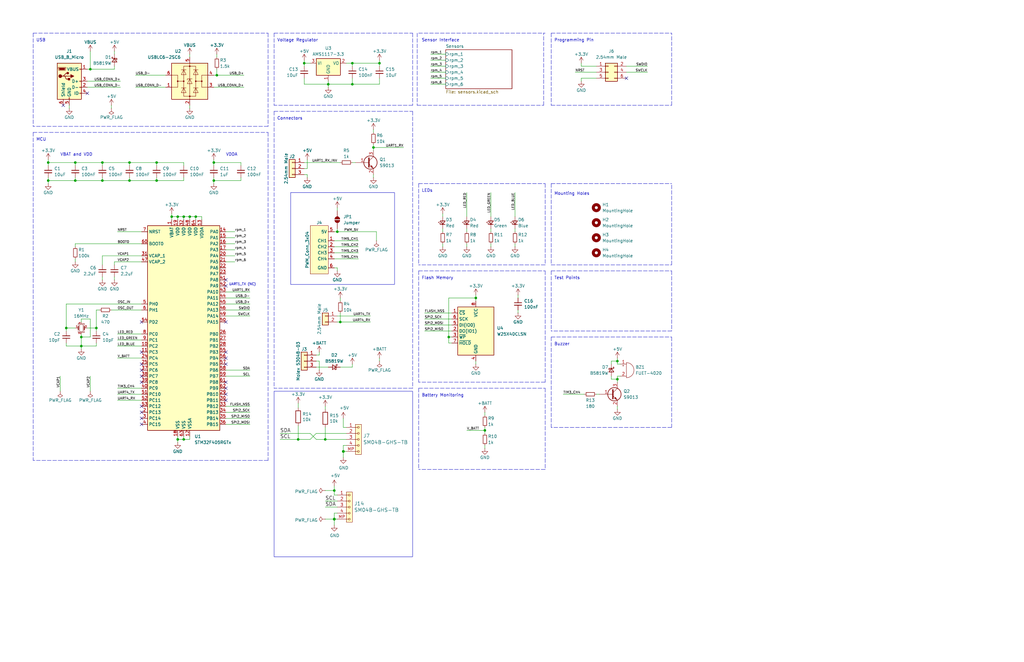
<source format=kicad_sch>
(kicad_sch (version 20231120) (generator "eeschema") (generator_version "8.0")
  (paper "User" 431.8 279.4)
  (title_block (title "STM32 Flight Controller") (date "2022-11-01") (rev "B") (company "casterian.net"))
  (lib_symbols
    (symbol "Connector:USB_B_Micro" (pin_names (offset 1.016))
      (property "Reference" "J" (at -5.08 11.43 0))
      (property "Value" "USB_B_Micro" (at -5.08 8.89 0))
      (symbol "USB_B_Micro_1_1"
        (pin power_out line (at 7.62 5.08 180) (length 2.54) (name "VBUS") (number "1"))
        (pin bidirectional line (at 7.62 -2.54 180) (length 2.54) (name "D-") (number "2"))
        (pin bidirectional line (at 7.62 0 180) (length 2.54) (name "D+") (number "3"))
        (pin passive line (at 7.62 -5.08 180) (length 2.54) (name "ID") (number "4"))
        (pin power_out line (at 0 -10.16 90) (length 2.54) (name "GND") (number "5"))
        (pin passive line (at -2.54 -10.16 90) (length 2.54) (name "Shield") (number "6"))
      )
    )
    (symbol "Connector_Generic:Conn_01x02" (pin_names (offset 1.016) hide)
      (property "Reference" "J" (at 0 2.54 0))
      (property "Value" "Conn_01x02" (at 0 -5.08 0))
      (symbol "Conn_01x02_1_1"
        (pin passive line (at -5.08 0 0) (length 3.81) (name "Pin_1") (number "1"))
        (pin passive line (at -5.08 -2.54 0) (length 3.81) (name "Pin_2") (number "2"))
      )
    )
    (symbol "Connector_Generic:Conn_01x03" (pin_names (offset 1.016) hide)
      (property "Reference" "J" (at 0 5.08 0))
      (property "Value" "Conn_01x03" (at 0 -5.08 0))
      (symbol "Conn_01x03_1_1"
        (pin passive line (at -5.08 2.54 0) (length 3.81) (name "Pin_1") (number "1"))
        (pin passive line (at -5.08 0 0) (length 3.81) (name "Pin_2") (number "2"))
        (pin passive line (at -5.08 -2.54 0) (length 3.81) (name "Pin_3") (number "3"))
      )
    )
    (symbol "Connector_Generic:Conn_02x03_Odd_Even" (pin_names (offset 1.016) hide)
      (property "Reference" "J" (at 1.27 5.08 0))
      (property "Value" "Conn_02x03_Odd_Even" (at 1.27 -5.08 0))
      (symbol "Conn_02x03_Odd_Even_1_1"
        (pin passive line (at -5.08 2.54 0) (length 3.81) (name "Pin_1") (number "1"))
        (pin passive line (at 7.62 2.54 180) (length 3.81) (name "Pin_2") (number "2"))
        (pin passive line (at -5.08 0 0) (length 3.81) (name "Pin_3") (number "3"))
        (pin passive line (at 7.62 0 180) (length 3.81) (name "Pin_4") (number "4"))
        (pin passive line (at -5.08 -2.54 0) (length 3.81) (name "Pin_5") (number "5"))
        (pin passive line (at 7.62 -2.54 180) (length 3.81) (name "Pin_6") (number "6"))
      )
    )
    (symbol "Device:Buzzer" (pin_names (offset 0.0254) hide)
      (property "Reference" "BZ" (at 3.81 1.27 0))
      (property "Value" "Buzzer" (at 3.81 -1.27 0))
      (symbol "Buzzer_1_1"
        (pin passive line (at -2.54 2.54 0) (length 2.54) (name "+") (number "1"))
        (pin passive line (at -2.54 -2.54 0) (length 2.54) (name "-") (number "2"))
      )
    )
    (symbol "Device:C_Small" (pin_numbers hide) (pin_names (offset 0.254) hide)
      (property "Reference" "C" (at 0.254 1.778 0))
      (property "Value" "C_Small" (at 0.254 -2.032 0))
      (symbol "C_Small_1_1"
        (pin passive line (at 0 2.54 270) (length 2.032) (name "~") (number "1"))
        (pin passive line (at 0 -2.54 90) (length 2.032) (name "~") (number "2"))
      )
    )
    (symbol "Device:Crystal_GND24_Small" (pin_names (offset 1.016) hide)
      (property "Reference" "Y" (at 1.27 4.445 0))
      (property "Value" "Crystal_GND24_Small" (at 1.27 2.54 0))
      (symbol "Crystal_GND24_Small_1_1"
        (pin passive line (at -2.54 0 0) (length 1.27) (name "1") (number "1"))
        (pin passive line (at 0 -2.54 90) (length 0.635) (name "2") (number "2"))
        (pin passive line (at 2.54 0 180) (length 1.27) (name "3") (number "3"))
        (pin passive line (at 0 2.54 270) (length 0.635) (name "4") (number "4"))
      )
    )
    (symbol "Device:D_Schottky_Small" (pin_numbers hide) (pin_names (offset 0.254) hide)
      (property "Reference" "D" (at -1.27 2.032 0))
      (property "Value" "D_Schottky_Small" (at -7.112 -2.032 0))
      (symbol "D_Schottky_Small_1_1"
        (pin passive line (at -2.54 0 0) (length 1.778) (name "K") (number "1"))
        (pin passive line (at 2.54 0 180) (length 1.778) (name "A") (number "2"))
      )
    )
    (symbol "Device:LED_Small" (pin_numbers hide) (pin_names (offset 0.254) hide)
      (property "Reference" "D" (at -1.27 3.175 0))
      (property "Value" "LED_Small" (at -4.445 -2.54 0))
      (symbol "LED_Small_1_1"
        (pin passive line (at -2.54 0 0) (length 1.778) (name "K") (number "1"))
        (pin passive line (at 2.54 0 180) (length 1.778) (name "A") (number "2"))
      )
    )
    (symbol "Device:Q_NPN_BEC" (pin_names (offset 0) hide)
      (property "Reference" "Q" (at 5.08 1.27 0))
      (property "Value" "Q_NPN_BEC" (at 5.08 -1.27 0))
      (symbol "Q_NPN_BEC_1_1"
        (pin input line (at -5.08 0 0) (length 5.715) (name "B") (number "1"))
        (pin passive line (at 2.54 -5.08 90) (length 2.54) (name "E") (number "2"))
        (pin passive line (at 2.54 5.08 270) (length 2.54) (name "C") (number "3"))
      )
    )
    (symbol "Device:R" (pin_numbers hide) (pin_names (offset 0))
      (property "Reference" "R" (at 2.032 0 90))
      (property "Value" "R" (at 0 0 90))
      (symbol "R_1_1"
        (pin passive line (at 0 3.81 270) (length 1.27) (name "~") (number "1"))
        (pin passive line (at 0 -3.81 90) (length 1.27) (name "~") (number "2"))
      )
    )
    (symbol "Device:R_Small" (pin_numbers hide) (pin_names (offset 0.254) hide)
      (property "Reference" "R" (at 0.762 0.508 0))
      (property "Value" "R_Small" (at 0.762 -1.016 0))
      (symbol "R_Small_1_1"
        (pin passive line (at 0 2.54 270) (length 0.762) (name "~") (number "1"))
        (pin passive line (at 0 -2.54 90) (length 0.762) (name "~") (number "2"))
      )
    )
    (symbol "Jumper:SolderJumper_2_Open" (pin_numbers hide) (pin_names (offset 0) hide) (exclude_from_sim yes) (in_bom no)
      (property "Reference" "JP" (at 0 2.032 0))
      (property "Value" "SolderJumper_2_Open" (at 0 -2.54 0))
      (symbol "SolderJumper_2_Open_1_1"
        (pin passive line (at -3.81 0 0) (length 2.54) (name "A") (number "1"))
        (pin passive line (at 3.81 0 180) (length 2.54) (name "B") (number "2"))
      )
    )
    (symbol "MCU_ST_STM32F4:STM32F405RGTx"
      (property "Reference" "U" (at -15.24 44.45 0))
      (property "Value" "STM32F405RGTx" (at 10.16 44.45 0))
      (symbol "STM32F405RGTx_1_1"
        (pin power_in line (at -5.08 45.72 270) (length 2.54) (name "VBAT") (number "1"))
        (pin bidirectional line (at -17.78 -7.62 0) (length 2.54) (name "PC2") (number "10"))
        (pin bidirectional line (at -17.78 -10.16 0) (length 2.54) (name "PC3") (number "11"))
        (pin power_in line (at 2.54 -45.72 90) (length 2.54) (name "VSSA") (number "12"))
        (pin power_in line (at 7.62 45.72 270) (length 2.54) (name "VDDA") (number "13"))
        (pin bidirectional line (at 17.78 40.64 180) (length 2.54) (name "PA0") (number "14"))
        (pin bidirectional line (at 17.78 38.1 180) (length 2.54) (name "PA1") (number "15"))
        (pin bidirectional line (at 17.78 35.56 180) (length 2.54) (name "PA2") (number "16"))
        (pin bidirectional line (at 17.78 33.02 180) (length 2.54) (name "PA3") (number "17"))
        (pin power_in line (at -2.54 -45.72 90) (length 2.54) (name "VSS") (number "18"))
        (pin power_in line (at -2.54 45.72 270) (length 2.54) (name "VDD") (number "19"))
        (pin bidirectional line (at -17.78 -35.56 0) (length 2.54) (name "PC13") (number "2"))
        (pin bidirectional line (at 17.78 30.48 180) (length 2.54) (name "PA4") (number "20"))
        (pin bidirectional line (at 17.78 27.94 180) (length 2.54) (name "PA5") (number "21"))
        (pin bidirectional line (at 17.78 25.4 180) (length 2.54) (name "PA6") (number "22"))
        (pin bidirectional line (at 17.78 22.86 180) (length 2.54) (name "PA7") (number "23"))
        (pin bidirectional line (at -17.78 -12.7 0) (length 2.54) (name "PC4") (number "24"))
        (pin bidirectional line (at -17.78 -15.24 0) (length 2.54) (name "PC5") (number "25"))
        (pin bidirectional line (at 17.78 -2.54 180) (length 2.54) (name "PB0") (number "26"))
        (pin bidirectional line (at 17.78 -5.08 180) (length 2.54) (name "PB1") (number "27"))
        (pin bidirectional line (at 17.78 -7.62 180) (length 2.54) (name "PB2") (number "28"))
        (pin bidirectional line (at 17.78 -27.94 180) (length 2.54) (name "PB10") (number "29"))
        (pin bidirectional line (at -17.78 -38.1 0) (length 2.54) (name "PC14") (number "3"))
        (pin bidirectional line (at 17.78 -30.48 180) (length 2.54) (name "PB11") (number "30"))
        (pin power_in line (at -17.78 30.48 0) (length 2.54) (name "VCAP_1") (number "31"))
        (pin power_in line (at 0 45.72 270) (length 2.54) (name "VDD") (number "32"))
        (pin bidirectional line (at 17.78 -33.02 180) (length 2.54) (name "PB12") (number "33"))
        (pin bidirectional line (at 17.78 -35.56 180) (length 2.54) (name "PB13") (number "34"))
        (pin bidirectional line (at 17.78 -38.1 180) (length 2.54) (name "PB14") (number "35"))
        (pin bidirectional line (at 17.78 -40.64 180) (length 2.54) (name "PB15") (number "36"))
        (pin bidirectional line (at -17.78 -17.78 0) (length 2.54) (name "PC6") (number "37"))
        (pin bidirectional line (at -17.78 -20.32 0) (length 2.54) (name "PC7") (number "38"))
        (pin bidirectional line (at -17.78 -22.86 0) (length 2.54) (name "PC8") (number "39"))
        (pin bidirectional line (at -17.78 -40.64 0) (length 2.54) (name "PC15") (number "4"))
        (pin bidirectional line (at -17.78 -25.4 0) (length 2.54) (name "PC9") (number "40"))
        (pin bidirectional line (at 17.78 20.32 180) (length 2.54) (name "PA8") (number "41"))
        (pin bidirectional line (at 17.78 17.78 180) (length 2.54) (name "PA9") (number "42"))
        (pin bidirectional line (at 17.78 15.24 180) (length 2.54) (name "PA10") (number "43"))
        (pin bidirectional line (at 17.78 12.7 180) (length 2.54) (name "PA11") (number "44"))
        (pin bidirectional line (at 17.78 10.16 180) (length 2.54) (name "PA12") (number "45"))
        (pin bidirectional line (at 17.78 7.62 180) (length 2.54) (name "PA13") (number "46"))
        (pin power_in line (at -17.78 27.94 0) (length 2.54) (name "VCAP_2") (number "47"))
        (pin power_in line (at 2.54 45.72 270) (length 2.54) (name "VDD") (number "48"))
        (pin bidirectional line (at 17.78 5.08 180) (length 2.54) (name "PA14") (number "49"))
        (pin input line (at -17.78 10.16 0) (length 2.54) (name "PH0") (number "5"))
        (pin bidirectional line (at 17.78 2.54 180) (length 2.54) (name "PA15") (number "50"))
        (pin bidirectional line (at -17.78 -27.94 0) (length 2.54) (name "PC10") (number "51"))
        (pin bidirectional line (at -17.78 -30.48 0) (length 2.54) (name "PC11") (number "52"))
        (pin bidirectional line (at -17.78 -33.02 0) (length 2.54) (name "PC12") (number "53"))
        (pin bidirectional line (at -17.78 2.54 0) (length 2.54) (name "PD2") (number "54"))
        (pin bidirectional line (at 17.78 -10.16 180) (length 2.54) (name "PB3") (number "55"))
        (pin bidirectional line (at 17.78 -12.7 180) (length 2.54) (name "PB4") (number "56"))
        (pin bidirectional line (at 17.78 -15.24 180) (length 2.54) (name "PB5") (number "57"))
        (pin bidirectional line (at 17.78 -17.78 180) (length 2.54) (name "PB6") (number "58"))
        (pin bidirectional line (at 17.78 -20.32 180) (length 2.54) (name "PB7") (number "59"))
        (pin input line (at -17.78 7.62 0) (length 2.54) (name "PH1") (number "6"))
        (pin input line (at -17.78 35.56 0) (length 2.54) (name "BOOT0") (number "60"))
        (pin bidirectional line (at 17.78 -22.86 180) (length 2.54) (name "PB8") (number "61"))
        (pin bidirectional line (at 17.78 -25.4 180) (length 2.54) (name "PB9") (number "62"))
        (pin power_in line (at 0 -45.72 90) (length 2.54) (name "VSS") (number "63"))
        (pin power_in line (at 5.08 45.72 270) (length 2.54) (name "VDD") (number "64"))
        (pin input line (at -17.78 40.64 0) (length 2.54) (name "NRST") (number "7"))
        (pin bidirectional line (at -17.78 -2.54 0) (length 2.54) (name "PC0") (number "8"))
        (pin bidirectional line (at -17.78 -5.08 0) (length 2.54) (name "PC1") (number "9"))
      )
    )
    (symbol "MLAB_CONNECTORS_JST:SM04B-GHS-TB" (pin_names (offset 1.016))
      (property "Reference" "J" (at 0 -7.62 0))
      (property "Value" "SM04B-GHS-TB" (at 0 7.62 0))
      (symbol "SM04B-GHS-TB_1_1"
        (pin input line (at -5.08 5.08 0) (length 3.81) (name "~") (number "1"))
        (pin input line (at -5.08 2.54 0) (length 3.81) (name "~") (number "2"))
        (pin input line (at -5.08 0 0) (length 3.81) (name "~") (number "3"))
        (pin input line (at -5.08 -2.54 0) (length 3.81) (name "~") (number "4"))
        (pin input line (at -5.08 -5.08 0) (length 3.81) (name "~") (number "MP"))
      )
    )
    (symbol "Mechanical:MountingHole" (pin_names (offset 1.016)) (exclude_from_sim yes) (in_bom no)
      (property "Reference" "H" (at 0 5.08 0))
      (property "Value" "MountingHole" (at 0 3.175 0))
    )
    (symbol "Memory_Flash:W25X40CLSN"
      (property "Reference" "U" (at -7.62 10.16 0))
      (property "Value" "W25X40CLSN" (at 2.54 10.16 0))
      (symbol "W25X40CLSN_1_1"
        (pin input line (at -10.16 7.62 0) (length 2.54) (name "~{CS}") (number "1"))
        (pin bidirectional line (at -10.16 0 0) (length 2.54) (name "DO(IO1)") (number "2"))
        (pin bidirectional line (at -10.16 -2.54 0) (length 2.54) (name "~{WP}") (number "3"))
        (pin power_in line (at 0 -12.7 90) (length 2.54) (name "GND") (number "4"))
        (pin bidirectional line (at -10.16 2.54 0) (length 2.54) (name "DI(IO0)") (number "5"))
        (pin input line (at -10.16 5.08 0) (length 2.54) (name "SCK") (number "6"))
        (pin bidirectional line (at -10.16 -5.08 0) (length 2.54) (name "~{HOLD}") (number "7"))
        (pin power_in line (at 0 12.7 270) (length 2.54) (name "VCC") (number "8"))
      )
    )
    (symbol "PWM_Connector:PWM_Conn_3x04"
      (property "Reference" "J" (at 0 15.24 0))
      (property "Value" "PWM_Conn_3x04" (at 0 12.7 0))
      (symbol "PWM_Conn_3x04_1_1"
        (pin input line (at 6.35 3.81 180) (length 2.54) (name "CH1") (number "1"))
        (pin input line (at 6.35 1.27 180) (length 2.54) (name "CH2") (number "2"))
        (pin input line (at 6.35 -1.27 180) (length 2.54) (name "CH3") (number "3"))
        (pin input line (at 6.35 -3.81 180) (length 2.54) (name "CH4") (number "4"))
        (pin power_in line (at 6.35 7.62 180) (length 2.54) (name "5V") (number "5"))
        (pin power_in line (at 6.35 -7.62 180) (length 2.54) (name "GND") (number "6"))
      )
    )
    (symbol "Power_Protection:USBLC6-2SC6" (pin_names hide)
      (property "Reference" "U" (at 2.54 8.89 0))
      (property "Value" "USBLC6-2SC6" (at 2.54 -8.89 0))
      (symbol "USBLC6-2SC6_1_1"
        (pin passive line (at -10.16 -2.54 0) (length 2.54) (name "I/O1") (number "1"))
        (pin passive line (at 0 -10.16 90) (length 2.54) (name "GND") (number "2"))
        (pin passive line (at 10.16 -2.54 180) (length 2.54) (name "I/O2") (number "3"))
        (pin passive line (at 10.16 2.54 180) (length 2.54) (name "I/O2") (number "4"))
        (pin passive line (at 0 10.16 270) (length 2.54) (name "VBUS") (number "5"))
        (pin passive line (at -10.16 2.54 0) (length 2.54) (name "I/O1") (number "6"))
      )
    )
    (symbol "Power_symbols:PWR_FLAG" (power) (pin_numbers hide) (pin_names (offset 0) hide)
      (property "Value" "PWR_FLAG" (at 0 3.81 0))
      (symbol "PWR_FLAG_0_0"
        (pin power_out line (at 0 0 90) (length 0) (name "pwr") (number "1"))
      )
    )
    (symbol "Regulator_Linear:AMS1117-3.3"
      (property "Reference" "U" (at -3.81 3.175 0))
      (property "Value" "AMS1117-3.3" (at 0 3.175 0))
      (symbol "AMS1117-3.3_1_1"
        (pin power_in line (at 0 -7.62 90) (length 2.54) (name "GND") (number "1"))
        (pin power_out line (at 7.62 0 180) (length 2.54) (name "VO") (number "2"))
        (pin power_in line (at -7.62 0 0) (length 2.54) (name "VI") (number "3"))
      )
    )
    (symbol "power:+3.3V" (power) (pin_numbers hide) (pin_names (offset 0) hide)
      (property "Value" "+3.3V" (at 0 3.556 0))
      (symbol "+3.3V_1_1"
        (pin power_in line (at 0 0 90) (length 0) (name "~") (number "1"))
      )
    )
    (symbol "power:+5V" (power) (pin_numbers hide) (pin_names (offset 0) hide)
      (property "Value" "+5V" (at 0 3.556 0))
      (symbol "+5V_1_1"
        (pin power_in line (at 0 0 90) (length 0) (name "~") (number "1"))
      )
    )
    (symbol "power:+BATT" (power) (pin_numbers hide) (pin_names (offset 0) hide)
      (property "Value" "+BATT" (at 0 3.556 0))
      (symbol "+BATT_1_1"
        (pin power_in line (at 0 0 90) (length 0) (name "~") (number "1"))
      )
    )
    (symbol "power:GND" (power) (pin_numbers hide) (pin_names (offset 0) hide)
      (property "Value" "GND" (at 0 -3.81 0))
      (symbol "GND_1_1"
        (pin power_in line (at 0 0 270) (length 0) (name "~") (number "1"))
      )
    )
    (symbol "power:PWR_FLAG" (power) (pin_numbers hide) (pin_names (offset 0) hide)
      (property "Value" "PWR_FLAG" (at 0 3.81 0))
      (symbol "PWR_FLAG_0_0"
        (pin power_out line (at 0 0 90) (length 0) (name "~") (number "1"))
      )
    )
    (symbol "power:VBUS" (power) (pin_numbers hide) (pin_names (offset 0) hide)
      (property "Value" "VBUS" (at 0 3.556 0))
      (symbol "VBUS_1_1"
        (pin power_in line (at 0 0 90) (length 0) (name "~") (number "1"))
      )
    )
  )
  (junction (at 74.93 91.44))
  (junction (at 34.29 142.24))
  (junction (at 189.23 142.24))
  (junction (at 38.1 29.21))
  (junction (at 157.48 62.23))
  (junction (at 128.27 26.67))
  (junction (at 66.04 68.58))
  (junction (at 125.73 185.42))
  (junction (at 148.59 26.67))
  (junction (at 160.02 26.67))
  (junction (at 143.51 135.89))
  (junction (at 54.61 76.2))
  (junction (at 20.32 68.58))
  (junction (at 43.18 68.58))
  (junction (at 260.35 152.4))
  (junction (at 74.93 185.42))
  (junction (at 54.61 68.58))
  (junction (at 80.01 91.44))
  (junction (at 40.64 138.43))
  (junction (at 200.66 125.73))
  (junction (at 142.24 97.79))
  (junction (at 204.47 181.61))
  (junction (at 140.97 219.075) (diameter 1.016))
  (junction (at 137.16 185.42))
  (junction (at 27.94 138.43))
  (junction (at 72.39 91.44))
  (junction (at 77.47 91.44))
  (junction (at 90.17 68.58))
  (junction (at 140.97 207.01))
  (junction (at 77.47 185.42))
  (junction (at 260.35 160.02))
  (junction (at 31.75 76.2))
  (junction (at 34.29 146.05))
  (junction (at 144.78 190.5) (diameter 1.016))
  (junction (at 20.32 76.2))
  (junction (at 82.55 91.44))
  (junction (at 66.04 76.2))
  (junction (at 31.75 68.58))
  (junction (at 148.59 35.56))
  (junction (at 90.17 76.2))
  (junction (at 138.43 35.56))
  (junction (at 43.18 76.2))
  (junction (at 91.44 31.75))
  (no_connect (at 36.83 39.37))
  (no_connect (at 95.25 166.37))
  (no_connect (at 95.25 168.91))
  (no_connect (at 59.69 158.75))
  (no_connect (at 95.25 118.11))
  (no_connect (at 264.16 33.02))
  (no_connect (at 59.69 173.99))
  (no_connect (at 59.69 176.53))
  (no_connect (at 59.69 179.07))
  (no_connect (at 59.69 161.29))
  (no_connect (at 59.69 153.67))
  (no_connect (at 59.69 148.59))
  (no_connect (at 59.69 135.89))
  (no_connect (at 26.67 44.45))
  (no_connect (at 59.69 156.21))
  (no_connect (at 95.25 135.89))
  (no_connect (at 95.25 148.59))
  (no_connect (at 95.25 151.13))
  (no_connect (at 95.25 153.67))
  (no_connect (at 95.25 120.65))
  (no_connect (at 95.25 161.29))
  (no_connect (at 95.25 163.83))
  (no_connect (at 59.69 171.45))
  (wire (pts (xy 38.1 158.75) (xy 38.1 165.1)))
  (wire (pts (xy 242.57 30.48) (xy 251.46 30.48)))
  (wire (pts (xy 90.17 76.2) (xy 90.17 77.47)))
  (wire (pts (xy 181.61 33.02) (xy 187.96 33.02)))
  (wire (pts (xy 95.25 125.73) (xy 105.41 125.73)))
  (polyline (pts (xy 232.41 111.76) (xy 283.21 111.76)) (stroke (width 0) (type dash)))
  (wire (pts (xy 74.93 91.44) (xy 74.93 92.71)))
  (wire (pts (xy 80.01 22.86) (xy 80.01 24.13)))
  (wire (pts (xy 137.16 207.01) (xy 140.97 207.01)))
  (wire (pts (xy 77.47 184.15) (xy 77.47 185.42)))
  (wire (pts (xy 142.24 216.535) (xy 140.97 216.535)))
  (wire (pts (xy 31.75 74.93) (xy 31.75 76.2)))
  (wire (pts (xy 181.61 25.4) (xy 187.96 25.4)))
  (wire (pts (xy 160.02 33.02) (xy 160.02 35.56)))
  (wire (pts (xy 257.81 152.4) (xy 260.35 152.4)))
  (wire (pts (xy 74.93 185.42) (xy 77.47 185.42)))
  (wire (pts (xy 260.35 160.02) (xy 260.35 161.29)))
  (wire (pts (xy 140.97 205.105) (xy 140.97 207.01)))
  (polyline (pts (xy 229.87 198.12) (xy 176.53 198.12)) (stroke (width 0) (type dash)))
  (wire (pts (xy 142.24 219.075) (xy 140.97 219.075)))
  (polyline (pts (xy 176.53 77.47) (xy 229.87 77.47)) (stroke (width 0) (type dash)))
  (wire (pts (xy 59.69 102.87) (xy 31.75 102.87)))
  (polyline (pts (xy 229.87 161.29) (xy 176.53 161.29)) (stroke (width 0) (type dash)))
  (wire (pts (xy 130.81 182.88) (xy 133.35 185.42)))
  (wire (pts (xy 245.11 26.67) (xy 245.11 27.94)))
  (wire (pts (xy 48.26 21.59) (xy 48.26 22.86)))
  (wire (pts (xy 204.47 187.96) (xy 204.47 189.23)))
  (wire (pts (xy 95.25 133.35) (xy 105.41 133.35)))
  (wire (pts (xy 128.27 26.67) (xy 128.27 27.94)))
  (wire (pts (xy 128.27 73.66) (xy 129.54 73.66)))
  (polyline (pts (xy 115.57 13.97) (xy 115.57 44.45)) (stroke (width 0) (type dash)))
  (polyline (pts (xy 229.235 44.45) (xy 229.235 13.97)) (stroke (width 0) (type dash)))
  (wire (pts (xy 160.02 151.13) (xy 160.02 152.4)))
  (wire (pts (xy 128.27 68.58) (xy 143.51 68.58)))
  (wire (pts (xy 59.69 143.51) (xy 49.53 143.51)))
  (wire (pts (xy 140.97 106.68) (xy 151.13 106.68)))
  (polyline (pts (xy 115.57 46.99) (xy 115.57 163.83)) (stroke (width 0) (type dash)))
  (wire (pts (xy 140.97 104.14) (xy 151.13 104.14)))
  (wire (pts (xy 43.18 111.76) (xy 43.18 107.95)))
  (polyline (pts (xy 176.53 114.3) (xy 176.53 161.29)) (stroke (width 0) (type dash)))
  (wire (pts (xy 251.46 33.02) (xy 245.11 33.02)))
  (polyline (pts (xy 176.53 163.83) (xy 229.87 163.83)) (stroke (width 0) (type dash)))
  (wire (pts (xy 260.35 151.13) (xy 260.35 152.4)))
  (polyline (pts (xy 115.57 46.99) (xy 173.99 46.99)) (stroke (width 0) (type dash)))
  (wire (pts (xy 142.24 97.79) (xy 158.75 97.79)))
  (wire (pts (xy 204.47 181.61) (xy 204.47 182.88)))
  (wire (pts (xy 179.07 134.62) (xy 190.5 134.62)))
  (wire (pts (xy 27.94 128.27) (xy 59.69 128.27)))
  (polyline (pts (xy 173.99 44.45) (xy 115.57 44.45)) (stroke (width 0) (type dash)))
  (wire (pts (xy 140.97 207.01) (xy 140.97 208.915)))
  (wire (pts (xy 36.83 34.29) (xy 50.8 34.29)))
  (wire (pts (xy 43.18 68.58) (xy 54.61 68.58)))
  (wire (pts (xy 146.05 187.96) (xy 144.78 187.96)))
  (wire (pts (xy 20.32 69.85) (xy 20.32 68.58)))
  (wire (pts (xy 36.83 36.83) (xy 50.8 36.83)))
  (wire (pts (xy 77.47 74.93) (xy 77.47 76.2)))
  (wire (pts (xy 43.18 116.84) (xy 43.18 118.11)))
  (polyline (pts (xy 232.41 77.47) (xy 232.41 111.76)) (stroke (width 0) (type dash)))
  (wire (pts (xy 217.17 96.52) (xy 217.17 97.79)))
  (wire (pts (xy 20.32 67.31) (xy 20.32 68.58)))
  (wire (pts (xy 43.18 76.2) (xy 31.75 76.2)))
  (wire (pts (xy 90.17 68.58) (xy 101.6 68.58)))
  (wire (pts (xy 48.26 29.21) (xy 48.26 27.94)))
  (wire (pts (xy 38.1 29.21) (xy 48.26 29.21)))
  (wire (pts (xy 57.15 31.75) (xy 69.85 31.75)))
  (wire (pts (xy 143.51 125.73) (xy 143.51 127)))
  (wire (pts (xy 54.61 68.58) (xy 54.61 69.85)))
  (wire (pts (xy 181.61 27.94) (xy 187.96 27.94)))
  (wire (pts (xy 137.16 180.34) (xy 137.16 185.42)))
  (wire (pts (xy 157.48 54.61) (xy 157.48 55.88)))
  (wire (pts (xy 146.05 190.5) (xy 144.78 190.5)))
  (wire (pts (xy 189.23 125.73) (xy 189.23 142.24)))
  (wire (pts (xy 144.78 176.53) (xy 144.78 180.34)))
  (polyline (pts (xy 283.21 139.7) (xy 232.41 139.7)) (stroke (width 0) (type dash)))
  (wire (pts (xy 186.69 90.17) (xy 186.69 91.44)))
  (wire (pts (xy 142.24 113.03) (xy 142.24 114.3)))
  (polyline (pts (xy 229.87 163.83) (xy 229.87 198.12)) (stroke (width 0) (type dash)))
  (polyline (pts (xy 173.99 163.83) (xy 115.57 163.83)) (stroke (width 0) (type dash)))
  (wire (pts (xy 189.23 125.73) (xy 200.66 125.73)))
  (wire (pts (xy 80.01 185.42) (xy 80.01 184.15)))
  (wire (pts (xy 148.59 33.02) (xy 148.59 35.56)))
  (wire (pts (xy 95.25 102.87) (xy 99.06 102.87)))
  (wire (pts (xy 102.87 31.75) (xy 91.44 31.75)))
  (wire (pts (xy 43.18 107.95) (xy 59.69 107.95)))
  (polyline (pts (xy 283.21 44.45) (xy 283.21 13.97)) (stroke (width 0) (type dash)))
  (wire (pts (xy 143.51 135.89) (xy 156.21 135.89)))
  (wire (pts (xy 260.35 171.45) (xy 260.35 172.72)))
  (polyline (pts (xy 232.41 142.24) (xy 232.41 180.34)) (stroke (width 0) (type dash)))
  (wire (pts (xy 157.48 73.66) (xy 157.48 74.93)))
  (wire (pts (xy 133.35 182.88) (xy 130.81 185.42)))
  (wire (pts (xy 134.62 148.59) (xy 134.62 149.86)))
  (wire (pts (xy 118.11 182.88) (xy 130.81 182.88)))
  (polyline (pts (xy 232.41 44.45) (xy 283.21 44.45)) (stroke (width 0) (type dash)))
  (wire (pts (xy 59.69 110.49) (xy 48.26 110.49)))
  (polyline (pts (xy 232.41 77.47) (xy 283.21 77.47)) (stroke (width 0) (type dash)))
  (wire (pts (xy 186.69 102.87) (xy 186.69 104.14)))
  (wire (pts (xy 27.94 138.43) (xy 27.94 139.7)))
  (wire (pts (xy 142.24 135.89) (xy 143.51 135.89)))
  (wire (pts (xy 57.15 36.83) (xy 69.85 36.83)))
  (wire (pts (xy 218.44 125.73) (xy 218.44 124.46)))
  (wire (pts (xy 189.23 144.78) (xy 189.23 142.24)))
  (polyline (pts (xy 229.87 77.47) (xy 229.87 111.76)) (stroke (width 0) (type dash)))
  (polyline (pts (xy 113.03 13.97) (xy 113.03 53.34)) (stroke (width 0) (type dash)))
  (wire (pts (xy 133.35 182.88) (xy 146.05 182.88)))
  (polyline (pts (xy 283.21 180.34) (xy 232.41 180.34)) (stroke (width 0) (type dash)))
  (wire (pts (xy 204.47 181.61) (xy 196.85 181.61)))
  (wire (pts (xy 59.69 163.83) (xy 49.53 163.83)))
  (wire (pts (xy 72.39 92.71) (xy 72.39 91.44)))
  (wire (pts (xy 144.78 190.5) (xy 144.78 193.04)))
  (wire (pts (xy 128.27 33.02) (xy 128.27 35.56)))
  (wire (pts (xy 200.66 125.73) (xy 200.66 127)))
  (polyline (pts (xy 176.53 13.97) (xy 229.87 13.97)) (stroke (width 0) (type dash)))
  (polyline (pts (xy 232.41 13.97) (xy 283.21 13.97)) (stroke (width 0) (type dash)))
  (wire (pts (xy 158.75 97.79) (xy 158.75 101.6)))
  (wire (pts (xy 137.16 213.995) (xy 142.24 213.995)))
  (polyline (pts (xy 115.57 13.97) (xy 173.99 13.97)) (stroke (width 0) (type dash)))
  (wire (pts (xy 46.99 44.45) (xy 46.99 45.72)))
  (polyline (pts (xy 175.895 44.45) (xy 229.235 44.45)) (stroke (width 0) (type dash)))
  (wire (pts (xy 160.02 25.4) (xy 160.02 26.67)))
  (wire (pts (xy 59.69 168.91) (xy 49.53 168.91)))
  (wire (pts (xy 43.18 74.93) (xy 43.18 76.2)))
  (wire (pts (xy 181.61 30.48) (xy 187.96 30.48)))
  (wire (pts (xy 261.62 153.67) (xy 260.35 153.67)))
  (wire (pts (xy 140.97 208.915) (xy 142.24 208.915)))
  (wire (pts (xy 40.64 138.43) (xy 40.64 139.7)))
  (wire (pts (xy 27.94 146.05) (xy 34.29 146.05)))
  (wire (pts (xy 128.27 26.67) (xy 130.81 26.67)))
  (wire (pts (xy 245.11 33.02) (xy 245.11 34.29)))
  (wire (pts (xy 200.66 124.46) (xy 200.66 125.73)))
  (wire (pts (xy 157.48 62.23) (xy 170.18 62.23)))
  (wire (pts (xy 72.39 91.44) (xy 74.93 91.44)))
  (wire (pts (xy 90.17 74.93) (xy 90.17 76.2)))
  (wire (pts (xy 77.47 91.44) (xy 80.01 91.44)))
  (wire (pts (xy 40.64 130.81) (xy 40.64 138.43)))
  (wire (pts (xy 95.25 158.75) (xy 105.41 158.75)))
  (wire (pts (xy 144.78 187.96) (xy 144.78 190.5)))
  (wire (pts (xy 140.97 219.075) (xy 140.97 221.615)))
  (wire (pts (xy 273.05 30.48) (xy 264.16 30.48)))
  (polyline (pts (xy 13.97 55.88) (xy 113.03 55.88)) (stroke (width 0) (type dash)))
  (wire (pts (xy 204.47 180.34) (xy 204.47 181.61)))
  (wire (pts (xy 27.94 144.78) (xy 27.94 146.05)))
  (wire (pts (xy 80.01 44.45) (xy 80.01 45.72)))
  (polyline (pts (xy 232.41 114.3) (xy 232.41 139.7)) (stroke (width 0) (type dash)))
  (wire (pts (xy 102.87 36.83) (xy 90.17 36.83)))
  (polyline (pts (xy 176.53 114.3) (xy 229.87 114.3)) (stroke (width 0) (type dash)))
  (wire (pts (xy 140.97 109.22) (xy 151.13 109.22)))
  (wire (pts (xy 179.07 139.7) (xy 190.5 139.7)))
  (wire (pts (xy 54.61 68.58) (xy 66.04 68.58)))
  (wire (pts (xy 181.61 35.56) (xy 187.96 35.56)))
  (wire (pts (xy 148.59 68.58) (xy 149.86 68.58)))
  (wire (pts (xy 90.17 67.31) (xy 90.17 68.58)))
  (wire (pts (xy 82.55 92.71) (xy 82.55 91.44)))
  (wire (pts (xy 181.61 22.86) (xy 187.96 22.86)))
  (wire (pts (xy 59.69 151.13) (xy 49.53 151.13)))
  (wire (pts (xy 91.44 31.75) (xy 90.17 31.75)))
  (wire (pts (xy 134.62 149.86) (xy 133.35 149.86)))
  (wire (pts (xy 77.47 91.44) (xy 77.47 92.71)))
  (wire (pts (xy 128.27 71.12) (xy 129.54 71.12)))
  (wire (pts (xy 143.51 154.94) (xy 148.59 154.94)))
  (wire (pts (xy 31.75 76.2) (xy 20.32 76.2)))
  (wire (pts (xy 72.39 90.17) (xy 72.39 91.44)))
  (wire (pts (xy 77.47 185.42) (xy 80.01 185.42)))
  (wire (pts (xy 134.62 152.4) (xy 134.62 156.21)))
  (wire (pts (xy 95.25 171.45) (xy 105.41 171.45)))
  (wire (pts (xy 66.04 68.58) (xy 66.04 69.85)))
  (wire (pts (xy 101.6 74.93) (xy 101.6 76.2)))
  (polyline (pts (xy 173.99 46.99) (xy 173.99 163.83)) (stroke (width 0) (type dash)))
  (wire (pts (xy 77.47 69.85) (xy 77.47 68.58)))
  (wire (pts (xy 200.66 152.4) (xy 200.66 153.67)))
  (wire (pts (xy 48.26 110.49) (xy 48.26 111.76)))
  (wire (pts (xy 190.5 142.24) (xy 189.23 142.24)))
  (wire (pts (xy 138.43 35.56) (xy 128.27 35.56)))
  (wire (pts (xy 133.35 152.4) (xy 134.62 152.4)))
  (polyline (pts (xy 176.53 163.83) (xy 176.53 198.12)) (stroke (width 0) (type dash)))
  (wire (pts (xy 34.29 146.05) (xy 40.64 146.05)))
  (wire (pts (xy 34.29 134.62) (xy 34.29 135.89)))
  (wire (pts (xy 144.78 180.34) (xy 146.05 180.34)))
  (wire (pts (xy 31.75 102.87) (xy 31.75 104.14)))
  (wire (pts (xy 66.04 76.2) (xy 54.61 76.2)))
  (wire (pts (xy 31.75 68.58) (xy 43.18 68.58)))
  (wire (pts (xy 101.6 69.85) (xy 101.6 68.58)))
  (wire (pts (xy 95.25 107.95) (xy 99.06 107.95)))
  (polyline (pts (xy 232.41 13.97) (xy 232.41 44.45)) (stroke (width 0) (type dash)))
  (polyline (pts (xy 175.895 13.97) (xy 175.895 44.45)) (stroke (width 0) (type dash)))
  (wire (pts (xy 95.25 173.99) (xy 105.41 173.99)))
  (wire (pts (xy 59.69 140.97) (xy 49.53 140.97)))
  (wire (pts (xy 186.69 96.52) (xy 186.69 97.79)))
  (wire (pts (xy 125.73 170.18) (xy 125.73 172.085)))
  (wire (pts (xy 218.44 130.81) (xy 218.44 132.08)))
  (wire (pts (xy 217.17 81.28) (xy 217.17 91.44)))
  (wire (pts (xy 20.32 68.58) (xy 31.75 68.58)))
  (wire (pts (xy 137.16 219.075) (xy 140.97 219.075)))
  (wire (pts (xy 179.07 137.16) (xy 190.5 137.16)))
  (wire (pts (xy 142.24 133.35) (xy 156.21 133.35)))
  (polyline (pts (xy 283.21 142.24) (xy 283.21 180.34)) (stroke (width 0) (type dash)))
  (wire (pts (xy 257.81 153.67) (xy 257.81 152.4)))
  (wire (pts (xy 90.17 68.58) (xy 90.17 69.85)))
  (wire (pts (xy 204.47 173.99) (xy 204.47 175.26)))
  (wire (pts (xy 46.99 130.81) (xy 59.69 130.81)))
  (wire (pts (xy 125.73 179.705) (xy 125.73 185.42)))
  (wire (pts (xy 125.73 185.42) (xy 130.81 185.42)))
  (wire (pts (xy 157.48 60.96) (xy 157.48 62.23)))
  (wire (pts (xy 196.85 81.28) (xy 196.85 91.44)))
  (wire (pts (xy 273.05 27.94) (xy 264.16 27.94)))
  (polyline (pts (xy 229.87 114.3) (xy 229.87 161.29)) (stroke (width 0) (type dash)))
  (wire (pts (xy 36.83 138.43) (xy 40.64 138.43)))
  (wire (pts (xy 38.1 21.59) (xy 38.1 29.21)))
  (wire (pts (xy 74.93 184.15) (xy 74.93 185.42)))
  (polyline (pts (xy 113.03 53.34) (xy 13.97 53.34)) (stroke (width 0) (type dash)))
  (wire (pts (xy 95.25 100.33) (xy 99.06 100.33)))
  (wire (pts (xy 140.97 97.79) (xy 142.24 97.79)))
  (wire (pts (xy 137.16 211.455) (xy 142.24 211.455)))
  (wire (pts (xy 31.75 109.22) (xy 31.75 110.49)))
  (wire (pts (xy 146.05 26.67) (xy 148.59 26.67)))
  (wire (pts (xy 95.25 105.41) (xy 99.06 105.41)))
  (wire (pts (xy 80.01 91.44) (xy 82.55 91.44)))
  (wire (pts (xy 261.62 158.75) (xy 260.35 158.75)))
  (wire (pts (xy 237.49 166.37) (xy 246.38 166.37)))
  (wire (pts (xy 207.01 81.28) (xy 207.01 91.44)))
  (wire (pts (xy 34.29 140.97) (xy 34.29 142.24)))
  (wire (pts (xy 179.07 132.08) (xy 190.5 132.08)))
  (wire (pts (xy 20.32 76.2) (xy 20.32 74.93)))
  (polyline (pts (xy 229.87 111.76) (xy 176.53 111.76)) (stroke (width 0) (type dash)))
  (polyline (pts (xy 176.53 77.47) (xy 176.53 111.76)) (stroke (width 0) (type dash)))
  (polyline (pts (xy 13.97 13.97) (xy 113.03 13.97)) (stroke (width 0) (type dash)))
  (polyline (pts (xy 113.03 55.88) (xy 113.03 194.31)) (stroke (width 0) (type dash)))
  (wire (pts (xy 91.44 29.21) (xy 91.44 31.75)))
  (wire (pts (xy 25.4 158.75) (xy 25.4 165.1)))
  (wire (pts (xy 95.25 176.53) (xy 105.41 176.53)))
  (wire (pts (xy 128.27 25.4) (xy 128.27 26.67)))
  (wire (pts (xy 143.51 135.89) (xy 143.51 132.08)))
  (wire (pts (xy 95.25 128.27) (xy 105.41 128.27)))
  (wire (pts (xy 85.09 91.44) (xy 85.09 92.71)))
  (polyline (pts (xy 13.97 13.97) (xy 13.97 53.34)) (stroke (width 0) (type dash)))
  (wire (pts (xy 27.94 128.27) (xy 27.94 138.43)))
  (wire (pts (xy 257.81 160.02) (xy 260.35 160.02)))
  (polyline (pts (xy 283.21 114.3) (xy 283.21 139.7)) (stroke (width 0) (type dash)))
  (wire (pts (xy 133.35 185.42) (xy 137.16 185.42)))
  (wire (pts (xy 31.75 68.58) (xy 31.75 69.85)))
  (polyline (pts (xy 232.41 142.24) (xy 283.21 142.24)) (stroke (width 0) (type dash)))
  (wire (pts (xy 190.5 144.78) (xy 189.23 144.78)))
  (wire (pts (xy 43.18 68.58) (xy 43.18 69.85)))
  (wire (pts (xy 95.25 123.19) (xy 105.41 123.19)))
  (wire (pts (xy 27.94 138.43) (xy 31.75 138.43)))
  (wire (pts (xy 140.97 101.6) (xy 151.13 101.6)))
  (wire (pts (xy 251.46 166.37) (xy 252.73 166.37)))
  (wire (pts (xy 34.29 134.62) (xy 38.1 134.62)))
  (polyline (pts (xy 113.03 194.31) (xy 13.97 194.31)) (stroke (width 0) (type dash)))
  (wire (pts (xy 207.01 96.52) (xy 207.01 97.79)))
  (wire (pts (xy 74.93 185.42) (xy 74.93 186.69)))
  (wire (pts (xy 140.97 113.03) (xy 142.24 113.03)))
  (wire (pts (xy 49.53 97.79) (xy 59.69 97.79)))
  (wire (pts (xy 260.35 152.4) (xy 260.35 153.67)))
  (wire (pts (xy 157.48 62.23) (xy 157.48 63.5)))
  (polyline (pts (xy 232.41 114.3) (xy 283.21 114.3)) (stroke (width 0) (type dash)))
  (wire (pts (xy 160.02 26.67) (xy 160.02 27.94)))
  (wire (pts (xy 118.11 185.42) (xy 125.73 185.42)))
  (wire (pts (xy 66.04 68.58) (xy 77.47 68.58)))
  (wire (pts (xy 129.54 67.31) (xy 129.54 71.12)))
  (wire (pts (xy 40.64 144.78) (xy 40.64 146.05)))
  (polyline (pts (xy 283.21 111.76) (xy 283.21 77.47)) (stroke (width 0) (type dash)))
  (wire (pts (xy 38.1 142.24) (xy 34.29 142.24)))
  (wire (pts (xy 148.59 35.56) (xy 160.02 35.56)))
  (wire (pts (xy 95.25 179.07) (xy 105.41 179.07)))
  (wire (pts (xy 140.97 216.535) (xy 140.97 219.075)))
  (wire (pts (xy 20.32 76.2) (xy 20.32 77.47)))
  (wire (pts (xy 196.85 96.52) (xy 196.85 97.79)))
  (wire (pts (xy 95.25 97.79) (xy 99.06 97.79)))
  (wire (pts (xy 138.43 154.94) (xy 133.35 154.94)))
  (wire (pts (xy 38.1 134.62) (xy 38.1 142.24)))
  (wire (pts (xy 148.59 154.94) (xy 148.59 153.67)))
  (wire (pts (xy 54.61 74.93) (xy 54.61 76.2)))
  (wire (pts (xy 59.69 166.37) (xy 49.53 166.37)))
  (wire (pts (xy 148.59 26.67) (xy 148.59 27.94)))
  (wire (pts (xy 54.61 76.2) (xy 43.18 76.2)))
  (wire (pts (xy 142.24 97.79) (xy 142.24 96.52)))
  (wire (pts (xy 34.29 146.05) (xy 34.29 147.32)))
  (wire (pts (xy 40.64 130.81) (xy 41.91 130.81)))
  (wire (pts (xy 137.16 185.42) (xy 146.05 185.42)))
  (wire (pts (xy 74.93 91.44) (xy 77.47 91.44)))
  (wire (pts (xy 95.25 110.49) (xy 99.06 110.49)))
  (wire (pts (xy 138.43 35.56) (xy 138.43 36.83)))
  (polyline (pts (xy 173.99 13.97) (xy 173.99 44.45)) (stroke (width 0) (type dash)))
  (wire (pts (xy 59.69 146.05) (xy 49.53 146.05)))
  (wire (pts (xy 251.46 27.94) (xy 245.11 27.94)))
  (wire (pts (xy 29.21 44.45) (xy 29.21 45.72)))
  (wire (pts (xy 95.25 156.21) (xy 105.41 156.21)))
  (wire (pts (xy 48.26 116.84) (xy 48.26 118.11)))
  (wire (pts (xy 91.44 22.86) (xy 91.44 24.13)))
  (wire (pts (xy 129.54 73.66) (xy 129.54 74.93)))
  (wire (pts (xy 101.6 76.2) (xy 90.17 76.2)))
  (wire (pts (xy 66.04 74.93) (xy 66.04 76.2)))
  (wire (pts (xy 257.81 160.02) (xy 257.81 158.75)))
  (wire (pts (xy 217.17 102.87) (xy 217.17 104.14)))
  (wire (pts (xy 138.43 34.29) (xy 138.43 35.56)))
  (wire (pts (xy 138.43 35.56) (xy 148.59 35.56)))
  (wire (pts (xy 34.29 142.24) (xy 34.29 146.05)))
  (wire (pts (xy 82.55 91.44) (xy 85.09 91.44)))
  (wire (pts (xy 95.25 130.81) (xy 105.41 130.81)))
  (wire (pts (xy 260.35 158.75) (xy 260.35 160.02)))
  (wire (pts (xy 207.01 102.87) (xy 207.01 104.14)))
  (wire (pts (xy 196.85 102.87) (xy 196.85 104.14)))
  (wire (pts (xy 142.24 87.63) (xy 142.24 88.9)))
  (wire (pts (xy 77.47 76.2) (xy 66.04 76.2)))
  (wire (pts (xy 80.01 91.44) (xy 80.01 92.71)))
  (polyline (pts (xy 13.97 55.88) (xy 13.97 194.31)) (stroke (width 0) (type dash)))
  (wire (pts (xy 36.83 29.21) (xy 38.1 29.21)))
  (wire (pts (xy 148.59 26.67) (xy 160.02 26.67)))
  (wire (pts (xy 137.16 171.45) (xy 137.16 172.72)))
  (rectangle (start 122.555 81.28) (end 166.37 120.015))
  (rectangle (start 115.57 165.1) (end 173.99 234.95))
  (text "Connectors" (at 116.84 50.8 0) (effects (font (size 1.27 1.27)) (justify left bottom)))
  (text "Voltage Regulator" (at 116.84 17.78 0) (effects (font (size 1.27 1.27)) (justify left bottom)))
  (text "Test Points" (at 233.68 118.11 0) (effects (font (size 1.27 1.27)) (justify left bottom)))
  (text "UART1_TX (NC)" (at 96.52 120.65 0) (effects (font (size 1 1)) (justify left bottom)))
  (text "LEDs" (at 177.8 81.28 0) (effects (font (size 1.27 1.27)) (justify left bottom)))
  (text "Sensor Interface" (at 177.8 17.78 0) (effects (font (size 1.27 1.27)) (justify left bottom)))
  (text "MCU" (at 15.24 59.69 0) (effects (font (size 1.27 1.27)) (justify left bottom)))
  (text "VDDA" (at 95.25 66.04 0) (effects (font (size 1.27 1.27)) (justify left bottom)))
  (text "Battery Monitoring" (at 177.8 167.64 0) (effects (font (size 1.27 1.27)) (justify left bottom)))
  (text "Buzzer" (at 233.68 146.05 0) (effects (font (size 1.27 1.27)) (justify left bottom)))
  (text "Programming Pin" (at 233.68 17.78 0) (effects (font (size 1.27 1.27)) (justify left bottom)))
  (text "USB" (at 15.24 17.78 0) (effects (font (size 1.27 1.27)) (justify left bottom)))
  (text "Flash Memory" (at 177.8 118.11 0) (effects (font (size 1.27 1.27)) (justify left bottom)))
  (text "VBAT and VDD" (at 25.4 66.04 0) (effects (font (size 1.27 1.27)) (justify left bottom)))
  (text "Mounting Holes" (at 233.68 82.55 0) (effects (font (size 1.27 1.27)) (justify left bottom)))
  (label "TIM5_CH4" (at 151.13 109.22 180) (effects (font (size 1 1))))
  (label "SWDIO" (at 273.05 27.94 180) (effects (font (size 1 1))))
  (label "UART1_RX_INV" (at 142.24 68.58 180) (effects (font (size 1 1))))
  (label "LED_RED" (at 196.85 81.28 270) (effects (font (size 1 1))))
  (label "USB_CONN_D+" (at 102.87 36.83 180) (effects (font (size 1 1))))
  (label "VCAP1" (at 49.53 107.95 0) (effects (font (size 1 1))))
  (label "rpm_4" (at 99.06 105.41 0) (effects (font (size 1 1))))
  (label "rpm_6" (at 181.61 35.56 0) (effects (font (size 1 1))))
  (label "SWDIO" (at 105.41 130.81 180) (effects (font (size 1 1))))
  (label "USB_CONN_D+" (at 50.8 34.29 180) (effects (font (size 1 1))))
  (label "TIM3_CH4" (at 49.53 163.83 0) (effects (font (size 1 1))))
  (label "V_BATT" (at 49.53 151.13 0) (effects (font (size 1 1))))
  (label "UART1_RX" (at 105.41 123.19 180) (effects (font (size 1 1))))
  (label "USB_D-" (at 105.41 125.73 180) (effects (font (size 1 1))))
  (label "rpm_2" (at 99.06 100.33 0) (effects (font (size 1 1))))
  (label "TIM5_CH3" (at 151.13 106.68 180) (effects (font (size 1 1))))
  (label "USB_CONN_D-" (at 50.8 36.83 180) (effects (font (size 1 1))))
  (label "TIM3_CH4" (at 237.49 166.37 0) (effects (font (size 1 1))))
  (label "VCAP2" (at 49.53 110.49 0) (effects (font (size 1 1))))
  (label "FLASH_NSS" (at 105.41 171.45 180) (effects (font (size 1 1))))
  (label "rpm_1" (at 99.06 97.79 0) (effects (font (size 1 1))))
  (label "OSC_IN" (at 49.53 128.27 0) (effects (font (size 1 1))))
  (label "LED_BLUE" (at 49.53 146.05 0) (effects (font (size 1 1))))
  (label "UART4_RX" (at 156.21 135.89 180) (effects (font (size 1 1))))
  (label "TIM5_CH2" (at 151.13 104.14 180) (effects (font (size 1 1))))
  (label "SPI2_MISO" (at 179.07 139.7 0) (effects (font (size 1 1))))
  (label "rpm_3" (at 181.61 27.94 0) (effects (font (size 1 1))))
  (label "VCAP1" (at 25.4 158.75 270) (effects (font (size 1 1))))
  (label "SDA" (at 118.11 182.88 0) (effects (font (size 1.524 1.524))))
  (label "USB_CONN_D-" (at 57.15 36.83 0) (effects (font (size 1 1))))
  (label "VCAP2" (at 38.1 158.75 270) (effects (font (size 1 1))))
  (label "rpm_1" (at 181.61 22.86 0) (effects (font (size 1 1))))
  (label "NRST" (at 49.53 97.79 0) (effects (font (size 1 1))))
  (label "SPI2_SCK" (at 105.41 173.99 180) (effects (font (size 1 1))))
  (label "SDA" (at 137.16 213.995 0) (effects (font (size 1.524 1.524))))
  (label "OSC_OUT" (at 49.53 130.81 0) (effects (font (size 1 1))))
  (label "LED_BLUE" (at 217.17 81.28 270) (effects (font (size 1 1))))
  (label "UART1_RX" (at 170.18 62.23 180) (effects (font (size 1 1))))
  (label "UART4_TX" (at 49.53 166.37 0) (effects (font (size 1 1))))
  (label "USB_D+" (at 105.41 128.27 180) (effects (font (size 1 1))))
  (label "rpm_2" (at 181.61 25.4 0) (effects (font (size 1 1))))
  (label "SPI2_MOSI" (at 105.41 179.07 180) (effects (font (size 1 1))))
  (label "SDA" (at 105.41 156.21 180) (effects (font (size 1 1))))
  (label "SPI2_SCK" (at 179.07 134.62 0) (effects (font (size 1 1))))
  (label "rpm_6" (at 99.06 110.49 0) (effects (font (size 1 1))))
  (label "TIM5_CH1" (at 151.13 101.6 180) (effects (font (size 1 1))))
  (label "FLASH_NSS" (at 179.07 132.08 0) (effects (font (size 1 1))))
  (label "SCL" (at 105.41 158.75 180) (effects (font (size 1 1))))
  (label "V_BATT" (at 196.85 181.61 0) (effects (font (size 1 1))))
  (label "PWM_5V" (at 151.13 97.79 180) (effects (font (size 1 1))))
  (label "NRST" (at 242.57 30.48 0) (effects (font (size 1 1))))
  (label "USB_D-" (at 57.15 31.75 0) (effects (font (size 1 1))))
  (label "SPI2_MOSI" (at 179.07 137.16 0) (effects (font (size 1 1))))
  (label "SCL" (at 137.16 211.455 0) (effects (font (size 1.524 1.524))))
  (label "BOOT0" (at 49.53 102.87 0) (effects (font (size 1 1))))
  (label "LED_GREEN" (at 207.01 81.28 270) (effects (font (size 1 1))))
  (label "SCL" (at 118.11 185.42 0) (effects (font (size 1.524 1.524))))
  (label "rpm_4" (at 181.61 30.48 0) (effects (font (size 1 1))))
  (label "SWCLK" (at 105.41 133.35 180) (effects (font (size 1 1))))
  (label "rpm_5" (at 99.06 107.95 0) (effects (font (size 1 1))))
  (label "LED_RED" (at 49.53 140.97 0) (effects (font (size 1 1))))
  (label "UART4_TX" (at 156.21 133.35 180) (effects (font (size 1 1))))
  (label "LED_GREEN" (at 49.53 143.51 0) (effects (font (size 1 1))))
  (label "USB_D+" (at 102.87 31.75 180) (effects (font (size 1 1))))
  (label "SWCLK" (at 273.05 30.48 180) (effects (font (size 1 1))))
  (label "rpm_3" (at 99.06 102.87 0) (effects (font (size 1 1))))
  (label "rpm_5" (at 181.61 33.02 0) (effects (font (size 1 1))))
  (label "UART4_RX" (at 49.53 168.91 0) (effects (font (size 1 1))))
  (label "SPI2_MISO" (at 105.41 176.53 180) (effects (font (size 1 1))))
  (symbol (lib_id "power:+BATT") (at 134.62 148.59 0) (unit 1)
    (property "Reference" "#PWR021" (effects (hide yes)))
    (property "Value" "+BATT" (at 134.62 144.78 0))
    (property "Description" "Power symbol creates a global label with name \"+BATT\"" (effects (hide yes)))
  )
  (symbol (lib_id "Device:R") (at 137.16 176.53 0) (unit 1)
    (property "Reference" "R15" (at 138.938 175.3616 0) (effects (justify left)))
    (property "Value" "10k" (at 138.938 177.673 0) (effects (justify left)))
    (property "Footprint" "Resistor_SMD:R_0603_1608Metric" (effects (hide yes)))
    (property "Description" "Resistor" (effects (hide yes)))
    (property "UST_ID" "5c70984512875079b91f8962" (effects (hide yes)))
  )
  (symbol (lib_id "Device:Q_NPN_BEC") (at 257.81 166.37 0) (unit 1)
    (property "Reference" "Q2" (at 262.89 165.0999 0) (effects (justify left)))
    (property "Value" "S9013" (at 262.89 167.6399 0) (effects (justify left)))
    (property "Footprint" "digikey-footprints:SOT-23-3" (effects (hide yes)))
    (property "Description" "NPN transistor, base/emitter/collector" (effects (hide yes)))
  )
  (symbol (lib_id "power:GND") (at 90.17 77.47 0) (unit 1)
    (property "Reference" "#PWR016" (effects (hide yes)))
    (property "Value" "GND" (at 90.17 81.28 0))
    (property "Description" "Power symbol creates a global label with name \"GND\" , ground" (effects (hide yes)))
  )
  (symbol (lib_id "Connector_Generic:Conn_02x03_Odd_Even") (at 256.54 30.48 0) (unit 1) (in_bom no)
    (property "Reference" "J6" (at 257.81 21.59 0))
    (property "Value" "2.54mm Male" (at 257.81 24.13 0))
    (property "Footprint" "Connector_PinHeader_2.54mm:PinHeader_2x03_P2.54mm_Vertical" (effects (hide yes)))
    (property "Description" "Generic connector, double row, 02x03, odd/even pin numbering scheme (row 1 odd numbers, row 2 even numbers), script generated (kicad-library-utils/schlib/autogen/connector/)" (effects (hide yes)))
  )
  (symbol (lib_id "Device:C_Small") (at 40.64 142.24 0) (unit 1)
    (property "Reference" "C4" (at 43.18 140.9762 0) (effects (justify left)))
    (property "Value" "10pF" (at 43.18 143.5162 0) (effects (justify left)))
    (property "Footprint" "Capacitor_SMD:C_0402_1005Metric" (effects (hide yes)))
    (property "Description" "Unpolarized capacitor, small symbol" (effects (hide yes)))
  )
  (symbol (lib_id "Device:C_Small") (at 43.18 114.3 0) (mirror x) (unit 1)
    (property "Reference" "C6" (at 40.64 113.0235 0) (effects (justify right)))
    (property "Value" "2.2uF" (at 40.64 115.5635 0) (effects (justify right)))
    (property "Footprint" "Capacitor_SMD:C_0402_1005Metric" (effects (hide yes)))
    (property "Description" "Unpolarized capacitor, small symbol" (effects (hide yes)))
  )
  (symbol (lib_id "Device:R_Small") (at 217.17 100.33 0) (unit 1)
    (property "Reference" "R12" (at 218.44 99.06 0) (effects (justify left)))
    (property "Value" "1k" (at 218.44 101.6 0) (effects (justify left)))
    (property "Footprint" "Resistor_SMD:R_0402_1005Metric" (effects (hide yes)))
    (property "Description" "Resistor, small symbol" (effects (hide yes)))
  )
  (symbol (lib_id "power:GND") (at 34.29 147.32 0) (unit 1)
    (property "Reference" "#PWR05" (effects (hide yes)))
    (property "Value" "GND" (at 34.29 151.13 0))
    (property "Description" "Power symbol creates a global label with name \"GND\" , ground" (effects (hide yes)))
  )
  (symbol (lib_id "Device:Q_NPN_BEC") (at 154.94 68.58 0) (unit 1)
    (property "Reference" "Q1" (at 160.02 67.3099 0) (effects (justify left)))
    (property "Value" "S9013" (at 160.02 69.8499 0) (effects (justify left)))
    (property "Footprint" "digikey-footprints:SOT-23-3" (effects (hide yes)))
    (property "Description" "NPN transistor, base/emitter/collector" (effects (hide yes)))
  )
  (symbol (lib_id "Device:C_Small") (at 48.26 114.3 0) (unit 1)
    (property "Reference" "C7" (at 50.8 113.0362 0) (effects (justify left)))
    (property "Value" "2.2uF" (at 50.8 115.5762 0) (effects (justify left)))
    (property "Footprint" "Capacitor_SMD:C_0402_1005Metric" (effects (hide yes)))
    (property "Description" "Unpolarized capacitor, small symbol" (effects (hide yes)))
  )
  (symbol (lib_id "power:PWR_FLAG") (at 25.4 165.1 180) (unit 1)
    (property "Reference" "#FLG01" (effects (hide yes)))
    (property "Value" "PWR_FLAG" (at 25.4 168.91 0))
    (property "Description" "Special symbol for telling ERC where power comes from" (effects (hide yes)))
  )
  (symbol (lib_id "power:+5V") (at 46.99 44.45 0) (unit 1)
    (property "Reference" "#PWR08" (effects (hide yes)))
    (property "Value" "+5V" (at 46.99 40.64 0))
    (property "Description" "Power symbol creates a global label with name \"+5V\"" (effects (hide yes)))
  )
  (symbol (lib_id "Device:R_Small") (at 207.01 100.33 0) (unit 1)
    (property "Reference" "R11" (at 208.28 99.06 0) (effects (justify left)))
    (property "Value" "1k" (at 208.28 101.6 0) (effects (justify left)))
    (property "Footprint" "Resistor_SMD:R_0402_1005Metric" (effects (hide yes)))
    (property "Description" "Resistor, small symbol" (effects (hide yes)))
  )
  (symbol (lib_id "power:GND") (at 138.43 36.83 0) (unit 1)
    (property "Reference" "#PWR023" (effects (hide yes)))
    (property "Value" "GND" (at 138.43 40.64 0))
    (property "Description" "Power symbol creates a global label with name \"GND\" , ground" (effects (hide yes)))
  )
  (symbol (lib_id "Mechanical:MountingHole") (at 251.46 100.33 0) (unit 1) (in_bom no)
    (property "Reference" "H3" (at 254 99.0599 0) (effects (justify left)))
    (property "Value" "MountingHole" (at 254 101.5999 0) (effects (justify left)))
    (property "Footprint" "MountingHole:MountingHole_3.2mm_M3" (effects (hide yes)))
    (property "Description" "Mounting Hole without connection" (effects (hide yes)))
  )
  (symbol (lib_id "Device:R_Small") (at 204.47 177.8 0) (unit 1)
    (property "Reference" "R9" (at 205.74 176.53 0) (effects (justify left)))
    (property "Value" "1k" (at 205.74 179.07 0) (effects (justify left)))
    (property "Footprint" "Resistor_SMD:R_0402_1005Metric" (effects (hide yes)))
    (property "Description" "Resistor, small symbol" (effects (hide yes)))
  )
  (symbol (lib_id "power:+5V") (at 128.27 25.4 0) (unit 1)
    (property "Reference" "#PWR018" (effects (hide yes)))
    (property "Value" "+5V" (at 128.27 21.59 0))
    (property "Description" "Power symbol creates a global label with name \"+5V\"" (effects (hide yes)))
  )
  (symbol (lib_id "power:+BATT") (at 160.02 151.13 0) (unit 1)
    (property "Reference" "#PWR031" (effects (hide yes)))
    (property "Value" "+BATT" (at 160.02 147.32 0))
    (property "Description" "Power symbol creates a global label with name \"+BATT\"" (effects (hide yes)))
  )
  (symbol (lib_id "Power_Protection:USBLC6-2SC6") (at 80.01 34.29 0) (unit 1)
    (property "Reference" "U2" (at 73.66 21.59 0) (effects (justify left)))
    (property "Value" "USBLC6-2SC6" (at 62.23 24.13 0) (effects (justify left)))
    (property "Footprint" "Package_TO_SOT_SMD:SOT-23-6" (effects (hide yes)))
    (property "Datasheet" "https://www.st.com/resource/en/datasheet/usblc6-2.pdf" (effects (hide yes)))
  )
  (symbol (lib_id "power:GND") (at 144.78 193.04 0) (unit 1)
    (property "Reference" "#PWR059" (effects (hide yes)))
    (property "Value" "GND" (at 144.907 197.4342 0))
    (property "Description" "Power symbol creates a global label with name \"GND\" , ground" (effects (hide yes)))
  )
  (symbol (lib_id "Device:Crystal_GND24_Small") (at 34.29 138.43 0) (unit 1)
    (property "Reference" "Y1" (at 34.29 130.81 0))
    (property "Value" "16MHz" (at 34.29 133.35 0))
    (property "Footprint" "Crystal:Crystal_SMD_Abracon_ABM8G-4Pin_3.2x2.5mm" (effects (hide yes)))
    (property "Description" "Four pin crystal, GND on pins 2 and 4, small symbol" (effects (hide yes)))
  )
  (symbol (lib_id "power:+5V") (at 144.78 176.53 0) (unit 1)
    (property "Reference" "#PWR058" (effects (hide yes)))
    (property "Value" "+5V" (at 145.161 172.1358 0))
    (property "Description" "Power symbol creates a global label with name \"+5V\"" (effects (hide yes)))
  )
  (symbol (lib_id "power:+3.3V") (at 20.32 67.31 0) (unit 1)
    (property "Reference" "#PWR01" (effects (hide yes)))
    (property "Value" "+3.3V" (at 20.32 63.5 0))
    (property "Description" "Power symbol creates a global label with name \"+3.3V\"" (effects (hide yes)))
  )
  (symbol (lib_id "power:+5V") (at 148.59 153.67 0) (unit 1)
    (property "Reference" "#PWR027" (effects (hide yes)))
    (property "Value" "+5V" (at 148.59 149.86 0))
    (property "Description" "Power symbol creates a global label with name \"+5V\"" (effects (hide yes)))
  )
  (symbol (lib_id "power:GND") (at 31.75 110.49 0) (unit 1)
    (property "Reference" "#PWR04" (effects (hide yes)))
    (property "Value" "GND" (at 31.75 114.3 0))
    (property "Description" "Power symbol creates a global label with name \"GND\" , ground" (effects (hide yes)))
  )
  (symbol (lib_id "power:GND") (at 74.93 186.69 0) (unit 1)
    (property "Reference" "#PWR012" (effects (hide yes)))
    (property "Value" "GND" (at 74.93 190.5 0))
    (property "Description" "Power symbol creates a global label with name \"GND\" , ground" (effects (hide yes)))
  )
  (symbol (lib_id "Device:R_Small") (at 31.75 106.68 0) (unit 1)
    (property "Reference" "R1" (at 33.02 105.41 0) (effects (justify left)))
    (property "Value" "100k" (at 33.02 107.95 0) (effects (justify left)))
    (property "Footprint" "Resistor_SMD:R_0402_1005Metric" (effects (hide yes)))
    (property "Description" "Resistor, small symbol" (effects (hide yes)))
  )
  (symbol (lib_id "Mechanical:MountingHole") (at 251.46 106.68 0) (unit 1) (in_bom no)
    (property "Reference" "H4" (at 254 105.4099 0) (effects (justify left)))
    (property "Value" "MountingHole" (at 254 107.9499 0) (effects (justify left)))
    (property "Footprint" "MountingHole:MountingHole_3.2mm_M3" (effects (hide yes)))
    (property "Description" "Mounting Hole without connection" (effects (hide yes)))
  )
  (symbol (lib_id "power:GND") (at 186.69 104.14 0) (unit 1)
    (property "Reference" "#PWR033" (effects (hide yes)))
    (property "Value" "GND" (at 186.69 107.95 0))
    (property "Description" "Power symbol creates a global label with name \"GND\" , ground" (effects (hide yes)))
  )
  (symbol (lib_id "power:GND") (at 260.35 172.72 0) (unit 1)
    (property "Reference" "#PWR046" (effects (hide yes)))
    (property "Value" "GND" (at 260.35 176.53 0))
    (property "Description" "Power symbol creates a global label with name \"GND\" , ground" (effects (hide yes)))
  )
  (symbol (lib_id "power:GND") (at 217.17 104.14 0) (unit 1)
    (property "Reference" "#PWR040" (effects (hide yes)))
    (property "Value" "GND" (at 217.17 107.95 0))
    (property "Description" "Power symbol creates a global label with name \"GND\" , ground" (effects (hide yes)))
  )
  (symbol (lib_id "power:GND") (at 142.24 114.3 0) (unit 1)
    (property "Reference" "#PWR025" (effects (hide yes)))
    (property "Value" "GND" (at 142.24 118.11 0))
    (property "Description" "Power symbol creates a global label with name \"GND\" , ground" (effects (hide yes)))
  )
  (symbol (lib_id "power:+3.3V") (at 218.44 124.46 0) (unit 1)
    (property "Reference" "#PWR041" (effects (hide yes)))
    (property "Value" "+3.3V" (at 218.44 120.65 0))
    (property "Description" "Power symbol creates a global label with name \"+3.3V\"" (effects (hide yes)))
  )
  (symbol (lib_id "power:+5V") (at 142.24 87.63 0) (unit 1)
    (property "Reference" "#PWR024" (effects (hide yes)))
    (property "Value" "+5V" (at 142.24 83.82 0))
    (property "Description" "Power symbol creates a global label with name \"+5V\"" (effects (hide yes)))
  )
  (symbol (lib_id "Device:R_Small") (at 248.92 166.37 90) (unit 1)
    (property "Reference" "R13" (at 248.92 168.91 90))
    (property "Value" "180" (at 248.92 171.45 90))
    (property "Footprint" "Resistor_SMD:R_0402_1005Metric" (effects (hide yes)))
    (property "Description" "Resistor, small symbol" (effects (hide yes)))
  )
  (symbol (lib_id "Device:C_Small") (at 20.32 72.39 0) (unit 1)
    (property "Reference" "C1" (at 22.86 71.1262 0) (effects (justify left)))
    (property "Value" "10uF" (at 22.86 73.6662 0) (effects (justify left)))
    (property "Footprint" "Capacitor_SMD:C_0402_1005Metric" (effects (hide yes)))
    (property "Description" "Unpolarized capacitor, small symbol" (effects (hide yes)))
    (property "LCSC" "C19702" (effects (hide yes)))
  )
  (symbol (lib_id "power:+5V") (at 129.54 67.31 0) (unit 1)
    (property "Reference" "#PWR019" (effects (hide yes)))
    (property "Value" "+5V" (at 129.54 63.5 0))
    (property "Description" "Power symbol creates a global label with name \"+5V\"" (effects (hide yes)))
  )
  (symbol (lib_id "Device:C_Small") (at 90.17 72.39 0) (unit 1)
    (property "Reference" "C11" (at 92.71 71.1262 0) (effects (justify left)))
    (property "Value" "1uF" (at 92.71 73.6662 0) (effects (justify left)))
    (property "Footprint" "Capacitor_SMD:C_0402_1005Metric" (effects (hide yes)))
    (property "Description" "Unpolarized capacitor, small symbol" (effects (hide yes)))
    (property "LCSC" "C1525" (effects (hide yes)))
  )
  (symbol (lib_id "power:+3.3V") (at 72.39 90.17 0) (unit 1)
    (property "Reference" "#PWR011" (effects (hide yes)))
    (property "Value" "+3.3V" (at 72.39 86.36 0))
    (property "Description" "Power symbol creates a global label with name \"+3.3V\"" (effects (hide yes)))
  )
  (symbol (lib_id "Connector_Generic:Conn_01x02") (at 137.16 133.35 0) (mirror y) (unit 1)
    (property "Reference" "J5" (at 137.16 130.81 0))
    (property "Value" "2.54mm Male" (at 134.62 134.62 90))
    (property "Footprint" "Connector_PinHeader_2.54mm:PinHeader_1x02_P2.54mm_Vertical" (effects (hide yes)))
    (property "Description" "Generic connector, single row, 01x02, script generated (kicad-library-utils/schlib/autogen/connector/)" (effects (hide yes)))
  )
  (symbol (lib_id "Device:LED_Small") (at 207.01 93.98 90) (unit 1)
    (property "Reference" "D5" (at 208.28 92.71 90) (effects (justify right)))
    (property "Value" "Green" (at 208.28 95.25 90) (effects (justify right)))
    (property "Footprint" "LED_SMD:LED_0603_1608Metric" (effects (hide yes)))
    (property "Description" "Light emitting diode, small symbol" (effects (hide yes)))
  )
  (symbol (lib_id "power:GND") (at 140.97 221.615 0) (unit 1)
    (property "Reference" "#PWR091" (effects (hide yes)))
    (property "Value" "GND" (at 141.097 226.0092 0))
    (property "Description" "Power symbol creates a global label with name \"GND\" , ground" (effects (hide yes)))
  )
  (symbol (lib_id "power:+3.3V") (at 91.44 22.86 0) (unit 1)
    (property "Reference" "#PWR017" (effects (hide yes)))
    (property "Value" "+3.3V" (at 91.44 19.05 0))
    (property "Description" "Power symbol creates a global label with name \"+3.3V\"" (effects (hide yes)))
  )
  (symbol (lib_id "power:+3.3V") (at 125.73 170.18 0) (unit 1)
    (property "Reference" "#PWR056" (effects (hide yes)))
    (property "Value" "+3.3V" (at 125.73 166.37 0))
    (property "Description" "Power symbol creates a global label with name \"+3.3V\"" (effects (hide yes)))
  )
  (symbol (lib_id "Device:R_Small") (at 91.44 26.67 0) (unit 1)
    (property "Reference" "R3" (at 92.71 25.4 0) (effects (justify left)))
    (property "Value" "1.5k" (at 92.71 27.94 0) (effects (justify left)))
    (property "Footprint" "Resistor_SMD:R_0402_1005Metric" (effects (hide yes)))
    (property "Description" "Resistor, small symbol" (effects (hide yes)))
  )
  (symbol (lib_id "power:+3.3V") (at 90.17 67.31 0) (unit 1)
    (property "Reference" "#PWR015" (effects (hide yes)))
    (property "Value" "+3.3V" (at 90.17 63.5 0))
    (property "Description" "Power symbol creates a global label with name \"+3.3V\"" (effects (hide yes)))
  )
  (symbol (lib_id "power:+5V") (at 260.35 151.13 0) (unit 1)
    (property "Reference" "#PWR045" (effects (hide yes)))
    (property "Value" "+5V" (at 260.35 147.32 0))
    (property "Description" "Power symbol creates a global label with name \"+5V\"" (effects (hide yes)))
  )
  (symbol (lib_id "Device:C_Small") (at 31.75 72.39 0) (unit 1)
    (property "Reference" "C3" (at 34.29 71.1262 0) (effects (justify left)))
    (property "Value" "100nF" (at 34.29 73.6662 0) (effects (justify left)))
    (property "Footprint" "Capacitor_SMD:C_0402_1005Metric" (effects (hide yes)))
    (property "Description" "Unpolarized capacitor, small symbol" (effects (hide yes)))
    (property "LCSC" "C1525" (effects (hide yes)))
  )
  (symbol (lib_id "Device:LED_Small") (at 196.85 93.98 90) (unit 1)
    (property "Reference" "D4" (at 198.12 92.71 90) (effects (justify right)))
    (property "Value" "Red" (at 198.12 95.25 90) (effects (justify right)))
    (property "Footprint" "LED_SMD:LED_0603_1608Metric" (effects (hide yes)))
    (property "Description" "Light emitting diode, small symbol" (effects (hide yes)))
  )
  (symbol (lib_id "Device:R_Small") (at 44.45 130.81 90) (unit 1)
    (property "Reference" "R2" (at 44.45 133.35 90))
    (property "Value" "470" (at 44.45 135.89 90))
    (property "Footprint" "Resistor_SMD:R_0402_1005Metric" (effects (hide yes)))
    (property "Description" "Resistor, small symbol" (effects (hide yes)))
  )
  (symbol (lib_id "power:GND") (at 80.01 45.72 0) (unit 1)
    (property "Reference" "#PWR014" (effects (hide yes)))
    (property "Value" "GND" (at 80.01 49.53 0))
    (property "Description" "Power symbol creates a global label with name \"GND\" , ground" (effects (hide yes)))
  )
  (symbol (lib_id "Device:C_Small") (at 54.61 72.39 0) (unit 1)
    (property "Reference" "C8" (at 57.15 71.1262 0) (effects (justify left)))
    (property "Value" "100nF" (at 57.15 73.6662 0) (effects (justify left)))
    (property "Footprint" "Capacitor_SMD:C_0402_1005Metric" (effects (hide yes)))
    (property "Description" "Unpolarized capacitor, small symbol" (effects (hide yes)))
    (property "LCSC" "C1525" (effects (hide yes)))
  )
  (symbol (lib_id "Device:R_Small") (at 204.47 185.42 0) (unit 1)
    (property "Reference" "R10" (at 205.74 184.15 0) (effects (justify left)))
    (property "Value" "1k" (at 205.74 186.69 0) (effects (justify left)))
    (property "Footprint" "Resistor_SMD:R_0402_1005Metric" (effects (hide yes)))
    (property "Description" "Resistor, small symbol" (effects (hide yes)))
  )
  (symbol (lib_id "Device:C_Small") (at 43.18 72.39 0) (unit 1)
    (property "Reference" "C5" (at 45.72 71.1262 0) (effects (justify left)))
    (property "Value" "100nF" (at 45.72 73.6662 0) (effects (justify left)))
    (property "Footprint" "Capacitor_SMD:C_0402_1005Metric" (effects (hide yes)))
    (property "Description" "Unpolarized capacitor, small symbol" (effects (hide yes)))
    (property "LCSC" "C1525" (effects (hide yes)))
  )
  (symbol (lib_id "power:+5V") (at 140.97 205.105 0) (unit 1)
    (property "Reference" "#PWR090" (effects (hide yes)))
    (property "Value" "+5V" (at 141.351 200.7108 0))
    (property "Description" "Power symbol creates a global label with name \"+5V\"" (effects (hide yes)))
  )
  (symbol (lib_id "Device:R_Small") (at 157.48 58.42 0) (unit 1)
    (property "Reference" "R6" (at 158.75 57.15 0) (effects (justify left)))
    (property "Value" "10k" (at 158.75 59.69 0) (effects (justify left)))
    (property "Footprint" "Resistor_SMD:R_0402_1005Metric" (effects (hide yes)))
    (property "Description" "Resistor, small symbol" (effects (hide yes)))
  )
  (symbol (lib_id "power:+BATT") (at 204.47 173.99 0) (unit 1)
    (property "Reference" "#PWR037" (effects (hide yes)))
    (property "Value" "+BATT" (at 204.47 170.18 0))
    (property "Description" "Power symbol creates a global label with name \"+BATT\"" (effects (hide yes)))
  )
  (symbol (lib_id "Connector:USB_B_Micro") (at 29.21 34.29 0) (unit 1)
    (property "Reference" "J1" (at 29.21 21.59 0))
    (property "Value" "USB_B_Micro" (at 29.21 24.13 0))
    (property "Footprint" "Connector_USB:USB_Micro-B_Molex-105017-0001" (effects (hide yes)))
    (property "Description" "USB Micro Type B connector" (effects (hide yes)))
  )
  (symbol (lib_id "Power_symbols:PWR_FLAG") (at 137.16 219.075 90) (unit 1)
    (property "Reference" "#FLG07" (effects (hide yes)))
    (property "Value" "PWR_FLAG" (at 133.9851 219.5088 90) (effects (justify left)))
  )
  (symbol (lib_id "power:PWR_FLAG") (at 38.1 165.1 180) (unit 1)
    (property "Reference" "#FLG02" (effects (hide yes)))
    (property "Value" "PWR_FLAG" (at 38.1 168.91 0))
    (property "Description" "Special symbol for telling ERC where power comes from" (effects (hide yes)))
  )
  (symbol (lib_id "power:GND") (at 129.54 74.93 0) (unit 1)
    (property "Reference" "#PWR020" (effects (hide yes)))
    (property "Value" "GND" (at 129.54 78.74 0))
    (property "Description" "Power symbol creates a global label with name \"GND\" , ground" (effects (hide yes)))
  )
  (symbol (lib_id "power:+3.3V") (at 160.02 25.4 0) (unit 1)
    (property "Reference" "#PWR030" (effects (hide yes)))
    (property "Value" "+3.3V" (at 160.02 21.59 0))
    (property "Description" "Power symbol creates a global label with name \"+3.3V\"" (effects (hide yes)))
  )
  (symbol (lib_id "MLAB_CONNECTORS_JST:SM04B-GHS-TB") (at 147.32 213.995 0) (unit 1)
    (property "Reference" "J14" (at 149.3012 212.4964 0) (effects (font (size 1.524 1.524)) (justify left)))
    (property "Value" "SM04B-GHS-TB" (at 149.3012 215.2142 0) (effects (font (size 1.524 1.524)) (justify left)))
    (property "Footprint" "Connector_JST:JST_GH_SM04B-GHS-TB_1x04-1MP_P1.25mm_Horizontal" (effects (hide yes)))
    (property "UST_ID" "5c86273d1287500b4e0280be" (effects (hide yes)))
  )
  (symbol (lib_id "Device:R_Small") (at 186.69 100.33 0) (unit 1)
    (property "Reference" "R7" (at 187.96 99.06 0) (effects (justify left)))
    (property "Value" "1k" (at 187.96 101.6 0) (effects (justify left)))
    (property "Footprint" "Resistor_SMD:R_0402_1005Metric" (effects (hide yes)))
    (property "Description" "Resistor, small symbol" (effects (hide yes)))
  )
  (symbol (lib_id "Device:D_Schottky_Small") (at 48.26 25.4 90) (mirror x) (unit 1)
    (property "Reference" "D1" (at 46.99 24.13 90) (effects (justify left)))
    (property "Value" "B5819W" (at 46.99 26.67 90) (effects (justify left)))
    (property "Footprint" "Diode_SMD:D_SOD-123" (effects (hide yes)))
    (property "Description" "Schottky diode, small symbol" (effects (hide yes)))
    (property "LCSC" "C8598" (effects (hide yes)))
  )
  (symbol (lib_id "Device:C_Small") (at 148.59 30.48 0) (unit 1)
    (property "Reference" "C14" (at 151.13 29.21 0) (effects (justify left)))
    (property "Value" "100nF" (at 151.13 31.75 0) (effects (justify left)))
    (property "Footprint" "Capacitor_SMD:C_0402_1005Metric" (effects (hide yes)))
    (property "Description" "Unpolarized capacitor, small symbol" (effects (hide yes)))
  )
  (symbol (lib_id "Device:LED_Small") (at 217.17 93.98 90) (unit 1)
    (property "Reference" "D6" (at 218.44 92.71 90) (effects (justify right)))
    (property "Value" "Blue" (at 218.44 95.25 90) (effects (justify right)))
    (property "Footprint" "LED_SMD:LED_0603_1608Metric" (effects (hide yes)))
    (property "Description" "Light emitting diode, small symbol" (effects (hide yes)))
  )
  (symbol (lib_id "Device:C_Small") (at 27.94 142.24 0) (mirror x) (unit 1)
    (property "Reference" "C2" (at 25.4 140.9635 0) (effects (justify right)))
    (property "Value" "10pF" (at 25.4 143.5035 0) (effects (justify right)))
    (property "Footprint" "Capacitor_SMD:C_0402_1005Metric" (effects (hide yes)))
    (property "Description" "Unpolarized capacitor, small symbol" (effects (hide yes)))
  )
  (symbol (lib_id "Device:C_Small") (at 101.6 72.39 0) (unit 1)
    (property "Reference" "C12" (at 104.14 71.1262 0) (effects (justify left)))
    (property "Value" "100nF" (at 104.14 73.6662 0) (effects (justify left)))
    (property "Footprint" "Capacitor_SMD:C_0402_1005Metric" (effects (hide yes)))
    (property "Description" "Unpolarized capacitor, small symbol" (effects (hide yes)))
    (property "LCSC" "C1525" (effects (hide yes)))
  )
  (symbol (lib_id "power:GND") (at 29.21 45.72 0) (unit 1)
    (property "Reference" "#PWR03" (effects (hide yes)))
    (property "Value" "GND" (at 29.21 49.53 0))
    (property "Description" "Power symbol creates a global label with name \"GND\" , ground" (effects (hide yes)))
  )
  (symbol (lib_id "power:GND") (at 200.66 153.67 0) (unit 1)
    (property "Reference" "#PWR036" (effects (hide yes)))
    (property "Value" "GND" (at 200.66 157.48 0))
    (property "Description" "Power symbol creates a global label with name \"GND\" , ground" (effects (hide yes)))
  )
  (symbol (lib_id "Device:C_Small") (at 66.04 72.39 0) (unit 1)
    (property "Reference" "C9" (at 68.58 71.1262 0) (effects (justify left)))
    (property "Value" "100nF" (at 68.58 73.6662 0) (effects (justify left)))
    (property "Footprint" "Capacitor_SMD:C_0402_1005Metric" (effects (hide yes)))
    (property "Description" "Unpolarized capacitor, small symbol" (effects (hide yes)))
    (property "LCSC" "C1525" (effects (hide yes)))
  )
  (symbol (lib_id "power:+3.3V") (at 157.48 54.61 0) (unit 1)
    (property "Reference" "#PWR028" (effects (hide yes)))
    (property "Value" "+3.3V" (at 157.48 50.8 0))
    (property "Description" "Power symbol creates a global label with name \"+3.3V\"" (effects (hide yes)))
  )
  (symbol (lib_id "Memory_Flash:W25X40CLSN") (at 200.66 139.7 0) (unit 1)
    (property "Reference" "U4" (at 209.55 138.43 0) (effects (justify left)))
    (property "Value" "W25X40CLSN" (at 209.55 140.97 0) (effects (justify left)))
    (property "Footprint" "Package_SO:SOIC-8_3.9x4.9mm_P1.27mm" (effects (hide yes)))
    (property "Datasheet" "https://www.winbond.com/resource-files/W25X40CL_G%2020210505.pdf" (effects (hide yes)))
    (property "Description" "4Mbit Serial Flash memory, dual I/O SPI, SOIC-8" (effects (hide yes)))
  )
  (symbol (lib_id "power:GND") (at 134.62 156.21 0) (unit 1)
    (property "Reference" "#PWR022" (effects (hide yes)))
    (property "Value" "GND" (at 134.62 160.02 0))
    (property "Description" "Power symbol creates a global label with name \"GND\" , ground" (effects (hide yes)))
  )
  (symbol (lib_id "Connector_Generic:Conn_01x03") (at 128.27 152.4 0) (mirror y) (unit 1) (in_bom no)
    (property "Reference" "J3" (at 128.27 147.32 0))
    (property "Value" "Molex 53048-03" (at 125.73 152.4 90))
    (property "Footprint" "Connector_Molex:Molex_PicoBlade_53048-0310_1x03_P1.25mm_Horizontal" (effects (hide yes)))
    (property "Description" "Generic connector, single row, 01x03, script generated (kicad-library-utils/schlib/autogen/connector/)" (effects (hide yes)))
  )
  (symbol (lib_id "power:GND") (at 218.44 132.08 0) (unit 1)
    (property "Reference" "#PWR042" (effects (hide yes)))
    (property "Value" "GND" (at 218.44 135.89 0))
    (property "Description" "Power symbol creates a global label with name \"GND\" , ground" (effects (hide yes)))
  )
  (symbol (lib_id "Device:C_Small") (at 128.27 30.48 0) (unit 1)
    (property "Reference" "C13" (at 125.73 29.21 0) (effects (justify right)))
    (property "Value" "10uF" (at 125.73 31.75 0) (effects (justify right)))
    (property "Footprint" "Capacitor_SMD:C_0402_1005Metric" (effects (hide yes)))
    (property "Description" "Unpolarized capacitor, small symbol" (effects (hide yes)))
  )
  (symbol (lib_id "MCU_ST_STM32F4:STM32F405RGTx") (at 77.47 138.43 0) (unit 1)
    (property "Reference" "U1" (at 82.0294 184.15 0) (effects (justify left)))
    (property "Value" "STM32F405RGTx" (at 82.0294 186.69 0) (effects (justify left)))
    (property "Footprint" "Package_QFP:LQFP-64_10x10mm_P0.5mm" (effects (hide yes)))
    (property "Datasheet" "https://www.st.com/resource/en/datasheet/stm32f405rg.pdf" (effects (hide yes)))
    (property "Description" "STMicroelectronics Arm Cortex-M4 MCU, 1024KB flash, 192KB RAM, 168 MHz, 1.8-3.6V, 51 GPIO, LQFP64" (effects (hide yes)))
  )
  (symbol (lib_id "Jumper:SolderJumper_2_Open") (at 142.24 92.71 90) (unit 1) (in_bom no)
    (property "Reference" "JP1" (at 144.78 91.44 90) (effects (justify right)))
    (property "Value" "Jumper" (at 144.78 93.98 90) (effects (justify right)))
    (property "Footprint" "Jumper:SolderJumper-2_P1.3mm_Open_TrianglePad1.0x1.5mm" (effects (hide yes)))
    (property "Description" "Solder Jumper, 2-pole, open" (effects (hide yes)))
  )
  (symbol (lib_id "Power_symbols:PWR_FLAG") (at 137.16 207.01 90) (unit 1)
    (property "Reference" "#FLG06" (effects (hide yes)))
    (property "Value" "PWR_FLAG" (at 133.9851 207.4438 90) (effects (justify left)))
  )
  (symbol (lib_id "power:PWR_FLAG") (at 160.02 152.4 180) (unit 1)
    (property "Reference" "#FLG05" (effects (hide yes)))
    (property "Value" "PWR_FLAG" (at 160.02 156.21 0))
    (property "Description" "Special symbol for telling ERC where power comes from" (effects (hide yes)))
  )
  (symbol (lib_id "PWM_Connector:PWM_Conn_3x04") (at 134.62 105.41 0) (unit 1) (in_bom no)
    (property "Reference" "J4" (at 134.62 93.98 0))
    (property "Value" "PWM_Conn_3x04" (at 129.54 105.41 90))
    (property "Footprint" "Custom_Parts:PWM_Conn_3x04" (effects (hide yes)))
  )
  (symbol (lib_id "power:VBUS") (at 38.1 21.59 0) (unit 1)
    (property "Reference" "#PWR06" (effects (hide yes)))
    (property "Value" "VBUS" (at 38.1 17.78 0))
    (property "Description" "Power symbol creates a global label with name \"VBUS\"" (effects (hide yes)))
  )
  (symbol (lib_id "Mechanical:MountingHole") (at 251.46 93.98 0) (unit 1) (in_bom no)
    (property "Reference" "H2" (at 254 92.7099 0) (effects (justify left)))
    (property "Value" "MountingHole" (at 254 95.2499 0) (effects (justify left)))
    (property "Footprint" "MountingHole:MountingHole_3.2mm_M3" (effects (hide yes)))
    (property "Description" "Mounting Hole without connection" (effects (hide yes)))
  )
  (symbol (lib_id "Device:R") (at 125.73 175.895 0) (unit 1)
    (property "Reference" "R14" (at 127.508 174.727 0) (effects (justify left)))
    (property "Value" "10k" (at 127.508 177.038 0) (effects (justify left)))
    (property "Footprint" "Resistor_SMD:R_0603_1608Metric" (effects (hide yes)))
    (property "Description" "Resistor" (effects (hide yes)))
    (property "UST_ID" "5c70984512875079b91f8962" (effects (hide yes)))
  )
  (symbol (lib_id "Connector_Generic:Conn_01x03") (at 123.19 71.12 0) (mirror y) (unit 1) (in_bom no)
    (property "Reference" "J2" (at 123.19 66.04 0))
    (property "Value" "2.54mm Male" (at 120.65 71.12 90))
    (property "Footprint" "Connector_PinHeader_2.54mm:PinHeader_1x03_P2.54mm_Vertical" (effects (hide yes)))
    (property "Description" "Generic connector, single row, 01x03, script generated (kicad-library-utils/schlib/autogen/connector/)" (effects (hide yes)))
  )
  (symbol (lib_id "power:+3.3V") (at 186.69 90.17 0) (unit 1)
    (property "Reference" "#PWR032" (effects (hide yes)))
    (property "Value" "+3.3V" (at 186.69 86.36 0))
    (property "Description" "Power symbol creates a global label with name \"+3.3V\"" (effects (hide yes)))
  )
  (symbol (lib_id "Device:R_Small") (at 196.85 100.33 0) (unit 1)
    (property "Reference" "R8" (at 198.12 99.06 0) (effects (justify left)))
    (property "Value" "1k" (at 198.12 101.6 0) (effects (justify left)))
    (property "Footprint" "Resistor_SMD:R_0402_1005Metric" (effects (hide yes)))
    (property "Description" "Resistor, small symbol" (effects (hide yes)))
  )
  (symbol (lib_id "Device:Buzzer") (at 264.16 156.21 0) (unit 1)
    (property "Reference" "BZ1" (at 267.97 154.9399 0) (effects (justify left)))
    (property "Value" "FUET-4020" (at 267.97 157.4799 0) (effects (justify left)))
    (property "Footprint" "FUET-4020:FUET-4020" (effects (hide yes)))
    (property "Description" "Buzzer, polarized" (effects (hide yes)))
  )
  (symbol (lib_id "power:PWR_FLAG") (at 46.99 45.72 180) (unit 1)
    (property "Reference" "#FLG03" (effects (hide yes)))
    (property "Value" "PWR_FLAG" (at 46.99 49.53 0))
    (property "Description" "Special symbol for telling ERC where power comes from" (effects (hide yes)))
  )
  (symbol (lib_id "Device:R_Small") (at 143.51 129.54 0) (unit 1)
    (property "Reference" "R4" (at 144.78 128.27 0) (effects (justify left)))
    (property "Value" "10k" (at 144.78 130.81 0) (effects (justify left)))
    (property "Footprint" "Resistor_SMD:R_0402_1005Metric" (effects (hide yes)))
    (property "Description" "Resistor, small symbol" (effects (hide yes)))
  )
  (symbol (lib_id "power:+3.3V") (at 137.16 171.45 0) (unit 1)
    (property "Reference" "#PWR057" (effects (hide yes)))
    (property "Value" "+3.3V" (at 137.16 167.64 0))
    (property "Description" "Power symbol creates a global label with name \"+3.3V\"" (effects (hide yes)))
  )
  (symbol (lib_id "power:GND") (at 20.32 77.47 0) (unit 1)
    (property "Reference" "#PWR02" (effects (hide yes)))
    (property "Value" "GND" (at 20.32 81.28 0))
    (property "Description" "Power symbol creates a global label with name \"GND\" , ground" (effects (hide yes)))
  )
  (symbol (lib_id "power:PWR_FLAG") (at 158.75 101.6 180) (unit 1)
    (property "Reference" "#FLG04" (effects (hide yes)))
    (property "Value" "PWR_FLAG" (at 158.75 105.41 0))
    (property "Description" "Special symbol for telling ERC where power comes from" (effects (hide yes)))
  )
  (symbol (lib_id "power:+3.3V") (at 200.66 124.46 0) (unit 1)
    (property "Reference" "#PWR035" (effects (hide yes)))
    (property "Value" "+3.3V" (at 200.66 120.65 0))
    (property "Description" "Power symbol creates a global label with name \"+3.3V\"" (effects (hide yes)))
  )
  (symbol (lib_id "Device:R_Small") (at 146.05 68.58 90) (unit 1)
    (property "Reference" "R5" (at 146.05 63.5 90))
    (property "Value" "1k" (at 146.05 66.04 90))
    (property "Footprint" "Resistor_SMD:R_0402_1005Metric" (effects (hide yes)))
    (property "Description" "Resistor, small symbol" (effects (hide yes)))
  )
  (symbol (lib_id "power:GND") (at 207.01 104.14 0) (unit 1)
    (property "Reference" "#PWR039" (effects (hide yes)))
    (property "Value" "GND" (at 207.01 107.95 0))
    (property "Description" "Power symbol creates a global label with name \"GND\" , ground" (effects (hide yes)))
  )
  (symbol (lib_id "Device:C_Small") (at 77.47 72.39 0) (unit 1)
    (property "Reference" "C10" (at 80.01 71.1262 0) (effects (justify left)))
    (property "Value" "100nF" (at 80.01 73.6662 0) (effects (justify left)))
    (property "Footprint" "Capacitor_SMD:C_0402_1005Metric" (effects (hide yes)))
    (property "Description" "Unpolarized capacitor, small symbol" (effects (hide yes)))
    (property "LCSC" "C1525" (effects (hide yes)))
  )
  (symbol (lib_id "power:+5V") (at 48.26 21.59 0) (unit 1)
    (property "Reference" "#PWR09" (effects (hide yes)))
    (property "Value" "+5V" (at 48.26 17.78 0))
    (property "Description" "Power symbol creates a global label with name \"+5V\"" (effects (hide yes)))
  )
  (symbol (lib_id "Device:D_Schottky_Small") (at 257.81 156.21 270) (unit 1)
    (property "Reference" "D7" (at 256.54 154.94 90) (effects (justify right)))
    (property "Value" "B5819W" (at 256.54 157.48 90) (effects (justify right)))
    (property "Footprint" "Diode_SMD:D_SOD-123" (effects (hide yes)))
    (property "Description" "Schottky diode, small symbol" (effects (hide yes)))
  )
  (symbol (lib_id "Mechanical:MountingHole") (at 251.46 87.63 0) (unit 1) (in_bom no)
    (property "Reference" "H1" (at 254 86.3599 0) (effects (justify left)))
    (property "Value" "MountingHole" (at 254 88.8999 0) (effects (justify left)))
    (property "Footprint" "MountingHole:MountingHole_3.2mm_M3" (effects (hide yes)))
    (property "Description" "Mounting Hole without connection" (effects (hide yes)))
  )
  (symbol (lib_id "power:GND") (at 245.11 34.29 0) (unit 1)
    (property "Reference" "#PWR044" (effects (hide yes)))
    (property "Value" "GND" (at 245.11 38.1 0))
    (property "Description" "Power symbol creates a global label with name \"GND\" , ground" (effects (hide yes)))
  )
  (symbol (lib_id "power:VBUS") (at 80.01 22.86 0) (unit 1)
    (property "Reference" "#PWR013" (effects (hide yes)))
    (property "Value" "VBUS" (at 80.01 19.05 0))
    (property "Description" "Power symbol creates a global label with name \"VBUS\"" (effects (hide yes)))
  )
  (symbol (lib_id "Device:C_Small") (at 218.44 128.27 0) (unit 1)
    (property "Reference" "C16" (at 220.98 127 0) (effects (justify left)))
    (property "Value" "100nF" (at 220.98 129.54 0) (effects (justify left)))
    (property "Footprint" "Capacitor_SMD:C_0402_1005Metric" (effects (hide yes)))
    (property "Description" "Unpolarized capacitor, small symbol" (effects (hide yes)))
  )
  (symbol (lib_id "Device:D_Schottky_Small") (at 140.97 154.94 0) (mirror y) (unit 1)
    (property "Reference" "D2" (at 140.97 149.86 0))
    (property "Value" "B5819W" (at 140.97 152.4 0))
    (property "Footprint" "Diode_SMD:D_SOD-123" (effects (hide yes)))
    (property "Description" "Schottky diode, small symbol" (effects (hide yes)))
    (property "LCSC" "C8598" (effects (hide yes)))
  )
  (symbol (lib_id "Regulator_Linear:AMS1117-3.3") (at 138.43 26.67 0) (unit 1)
    (property "Reference" "U3" (at 138.43 20.32 0))
    (property "Value" "AMS1117-3.3" (at 138.43 22.86 0))
    (property "Footprint" "Package_TO_SOT_SMD:SOT-223-3_TabPin2" (effects (hide yes)))
    (property "Datasheet" "http://www.advanced-monolithic.com/pdf/ds1117.pdf" (effects (hide yes)))
    (property "Description" "1A Low Dropout regulator, positive, 3.3V fixed output, SOT-223" (effects (hide yes)))
    (property "LCSC" "C6186" (effects (hide yes)))
  )
  (symbol (lib_id "power:GND") (at 43.18 118.11 0) (unit 1)
    (property "Reference" "#PWR07" (effects (hide yes)))
    (property "Value" "GND" (at 43.18 121.92 0))
    (property "Description" "Power symbol creates a global label with name \"GND\" , ground" (effects (hide yes)))
  )
  (symbol (lib_id "Device:LED_Small") (at 186.69 93.98 90) (unit 1)
    (property "Reference" "D3" (at 187.96 92.71 90) (effects (justify right)))
    (property "Value" "Red" (at 187.96 95.25 90) (effects (justify right)))
    (property "Footprint" "LED_SMD:LED_0603_1608Metric" (effects (hide yes)))
    (property "Description" "Light emitting diode, small symbol" (effects (hide yes)))
  )
  (symbol (lib_id "MLAB_CONNECTORS_JST:SM04B-GHS-TB") (at 151.13 185.42 0) (unit 1)
    (property "Reference" "J7" (at 153.1112 183.9214 0) (effects (font (size 1.524 1.524)) (justify left)))
    (property "Value" "SM04B-GHS-TB" (at 153.1112 186.6392 0) (effects (font (size 1.524 1.524)) (justify left)))
    (property "Footprint" "Connector_JST:JST_GH_SM04B-GHS-TB_1x04-1MP_P1.25mm_Horizontal" (effects (hide yes)))
    (property "UST_ID" "5c86273d1287500b4e0280be" (effects (hide yes)))
  )
  (symbol (lib_id "Device:C_Small") (at 160.02 30.48 0) (unit 1)
    (property "Reference" "C15" (at 162.56 29.21 0) (effects (justify left)))
    (property "Value" "10uF" (at 162.56 31.75 0) (effects (justify left)))
    (property "Footprint" "Capacitor_SMD:C_0402_1005Metric" (effects (hide yes)))
    (property "Description" "Unpolarized capacitor, small symbol" (effects (hide yes)))
  )
  (symbol (lib_id "power:GND") (at 48.26 118.11 0) (unit 1)
    (property "Reference" "#PWR010" (effects (hide yes)))
    (property "Value" "GND" (at 48.26 121.92 0))
    (property "Description" "Power symbol creates a global label with name \"GND\" , ground" (effects (hide yes)))
  )
  (symbol (lib_id "power:+3.3V") (at 245.11 26.67 0) (unit 1)
    (property "Reference" "#PWR043" (effects (hide yes)))
    (property "Value" "+3.3V" (at 245.11 22.86 0))
    (property "Description" "Power symbol creates a global label with name \"+3.3V\"" (effects (hide yes)))
  )
  (symbol (lib_id "power:GND") (at 204.47 189.23 0) (unit 1)
    (property "Reference" "#PWR038" (effects (hide yes)))
    (property "Value" "GND" (at 204.47 193.04 0))
    (property "Description" "Power symbol creates a global label with name \"GND\" , ground" (effects (hide yes)))
  )
  (symbol (lib_id "power:GND") (at 196.85 104.14 0) (unit 1)
    (property "Reference" "#PWR034" (effects (hide yes)))
    (property "Value" "GND" (at 196.85 107.95 0))
    (property "Description" "Power symbol creates a global label with name \"GND\" , ground" (effects (hide yes)))
  )
  (symbol (lib_id "power:GND") (at 157.48 74.93 0) (unit 1)
    (property "Reference" "#PWR029" (effects (hide yes)))
    (property "Value" "GND" (at 157.48 78.74 0))
    (property "Description" "Power symbol creates a global label with name \"GND\" , ground" (effects (hide yes)))
  )
  (symbol (lib_id "power:+3.3V") (at 143.51 125.73 0) (unit 1)
    (property "Reference" "#PWR026" (effects (hide yes)))
    (property "Value" "+3.3V" (at 143.51 121.92 0))
    (property "Description" "Power symbol creates a global label with name \"+3.3V\"" (effects (hide yes)))
  )
  (sheet (at 187.96 20.955) (size 27.94 16.51) (stroke (width 0.1524))
    (property "Sheetname" "Sensors" (at 187.96 20.2434 0) (effects (justify left bottom)))
    (property "Sheetfile" "sensors.kicad_sch" (at 187.96 38.0496 0) (effects (justify left top)))
    (pin "rpm_2" input (at 187.96 25.4 180))
    (pin "rpm_4" input (at 187.96 30.48 180))
    (pin "rpm_6" input (at 187.96 35.56 180))
    (pin "rpm_1" input (at 187.96 22.86 180))
    (pin "rpm_3" input (at 187.96 27.94 180))
    (pin "rpm_5" input (at 187.96 33.02 180))
  )
)
</source>
